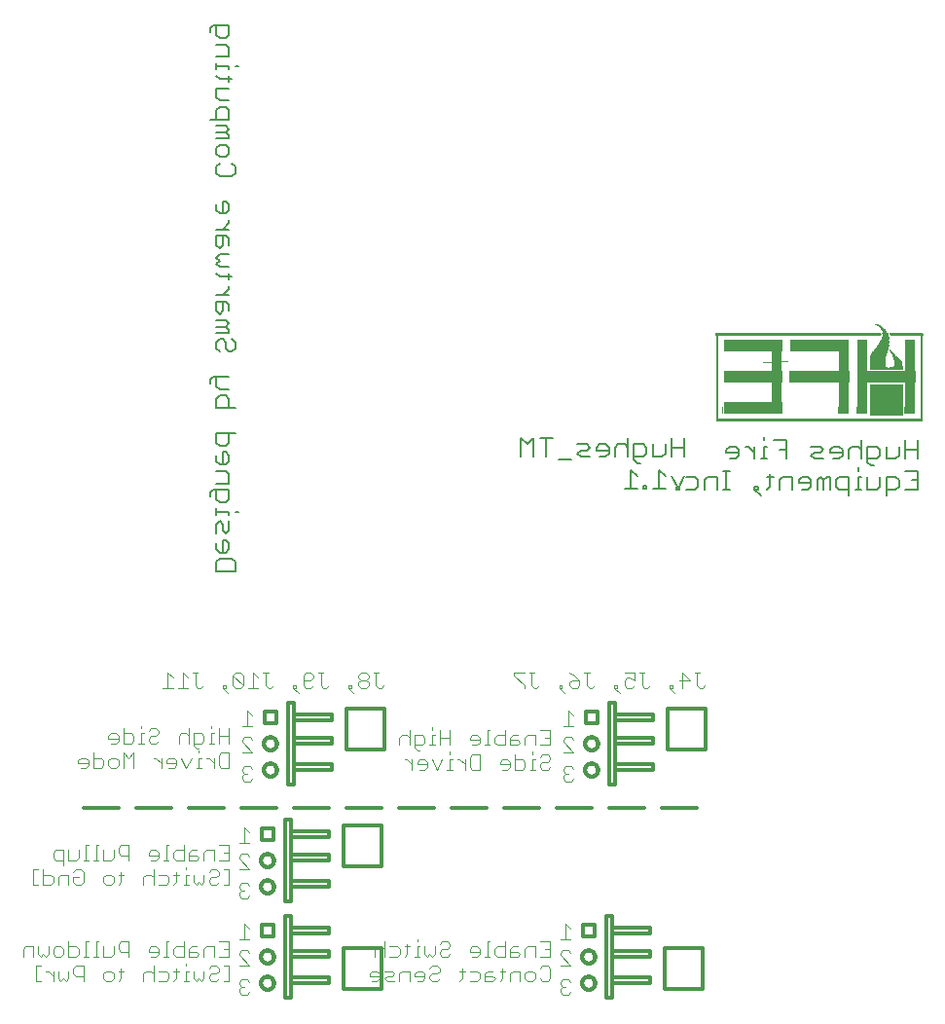
<source format=gbo>
G75*
%MOIN*%
%OFA0B0*%
%FSLAX25Y25*%
%IPPOS*%
%LPD*%
%AMOC8*
5,1,8,0,0,1.08239X$1,22.5*
%
%ADD10C,0.00600*%
%ADD11R,0.70900X0.00100*%
%ADD12R,0.00700X0.00100*%
%ADD13R,0.00800X0.00100*%
%ADD14R,0.11300X0.00100*%
%ADD15R,0.03600X0.00100*%
%ADD16R,0.20200X0.00100*%
%ADD17R,0.00100X0.00100*%
%ADD18R,0.11200X0.00100*%
%ADD19R,0.20100X0.00100*%
%ADD20R,0.20400X0.00100*%
%ADD21R,0.04400X0.00100*%
%ADD22R,0.06300X0.00100*%
%ADD23R,0.03800X0.00100*%
%ADD24R,0.05800X0.00100*%
%ADD25R,0.03500X0.00100*%
%ADD26R,0.05500X0.00100*%
%ADD27R,0.03300X0.00100*%
%ADD28R,0.05400X0.00100*%
%ADD29R,0.03200X0.00100*%
%ADD30R,0.05300X0.00100*%
%ADD31R,0.03100X0.00100*%
%ADD32R,0.03000X0.00100*%
%ADD33R,0.02800X0.00100*%
%ADD34R,0.02900X0.00100*%
%ADD35R,0.05200X0.00100*%
%ADD36R,0.02700X0.00100*%
%ADD37R,0.02600X0.00100*%
%ADD38R,0.02400X0.00100*%
%ADD39R,0.02300X0.00100*%
%ADD40R,0.02200X0.00100*%
%ADD41R,0.02100X0.00100*%
%ADD42R,0.02000X0.00100*%
%ADD43R,0.01900X0.00100*%
%ADD44R,0.01800X0.00100*%
%ADD45R,0.01700X0.00100*%
%ADD46R,0.01500X0.00100*%
%ADD47R,0.01600X0.00100*%
%ADD48R,0.01400X0.00100*%
%ADD49R,0.01300X0.00100*%
%ADD50R,0.01100X0.00100*%
%ADD51R,0.05600X0.00100*%
%ADD52R,0.01000X0.00100*%
%ADD53R,0.00900X0.00100*%
%ADD54R,0.00500X0.00100*%
%ADD55R,0.00600X0.00100*%
%ADD56R,0.00400X0.00100*%
%ADD57R,0.05000X0.00100*%
%ADD58R,0.00300X0.00100*%
%ADD59R,0.05100X0.00100*%
%ADD60R,0.00200X0.00100*%
%ADD61R,0.04900X0.00100*%
%ADD62R,0.20300X0.00100*%
%ADD63R,0.04700X0.00100*%
%ADD64R,0.04600X0.00100*%
%ADD65R,0.04500X0.00100*%
%ADD66R,0.04300X0.00100*%
%ADD67R,0.04100X0.00100*%
%ADD68R,0.04000X0.00100*%
%ADD69R,0.03900X0.00100*%
%ADD70R,0.03700X0.00100*%
%ADD71R,0.03400X0.00100*%
%ADD72R,0.02500X0.00100*%
%ADD73R,0.56400X0.00100*%
%ADD74R,0.56500X0.00100*%
%ADD75R,0.11400X0.00100*%
%ADD76R,0.11500X0.00100*%
%ADD77R,0.56300X0.00100*%
%ADD78R,0.01200X0.00100*%
%ADD79C,0.00100*%
%ADD80C,0.00400*%
%ADD81C,0.01200*%
D10*
X0159334Y0245934D02*
X0159334Y0249137D01*
X0160402Y0250205D01*
X0164672Y0250205D01*
X0165740Y0249137D01*
X0165740Y0245934D01*
X0159334Y0245934D01*
X0160402Y0252380D02*
X0162537Y0252380D01*
X0163605Y0253447D01*
X0163605Y0255583D01*
X0162537Y0256650D01*
X0161469Y0256650D01*
X0161469Y0252380D01*
X0160402Y0252380D02*
X0159334Y0253447D01*
X0159334Y0255583D01*
X0159334Y0258825D02*
X0159334Y0262028D01*
X0160402Y0263096D01*
X0161469Y0262028D01*
X0161469Y0259893D01*
X0162537Y0258825D01*
X0163605Y0259893D01*
X0163605Y0263096D01*
X0163605Y0265271D02*
X0163605Y0266338D01*
X0159334Y0266338D01*
X0159334Y0265271D02*
X0159334Y0267406D01*
X0160402Y0269568D02*
X0159334Y0270635D01*
X0159334Y0273838D01*
X0158267Y0273838D02*
X0163605Y0273838D01*
X0163605Y0270635D01*
X0162537Y0269568D01*
X0160402Y0269568D01*
X0157199Y0271703D02*
X0157199Y0272771D01*
X0158267Y0273838D01*
X0159334Y0276013D02*
X0163605Y0276013D01*
X0163605Y0279216D01*
X0162537Y0280284D01*
X0159334Y0280284D01*
X0160402Y0282459D02*
X0162537Y0282459D01*
X0163605Y0283526D01*
X0163605Y0285662D01*
X0162537Y0286729D01*
X0161469Y0286729D01*
X0161469Y0282459D01*
X0160402Y0282459D02*
X0159334Y0283526D01*
X0159334Y0285662D01*
X0160402Y0288904D02*
X0162537Y0288904D01*
X0163605Y0289972D01*
X0163605Y0293175D01*
X0165740Y0293175D02*
X0159334Y0293175D01*
X0159334Y0289972D01*
X0160402Y0288904D01*
X0159334Y0301795D02*
X0159334Y0304998D01*
X0160402Y0306066D01*
X0162537Y0306066D01*
X0163605Y0304998D01*
X0163605Y0301795D01*
X0165740Y0301795D02*
X0159334Y0301795D01*
X0160402Y0308241D02*
X0159334Y0309308D01*
X0159334Y0312511D01*
X0158267Y0312511D02*
X0157199Y0311444D01*
X0157199Y0310376D01*
X0158267Y0312511D02*
X0163605Y0312511D01*
X0163605Y0308241D02*
X0160402Y0308241D01*
X0160402Y0321132D02*
X0159334Y0322199D01*
X0159334Y0324335D01*
X0160402Y0325402D01*
X0161469Y0325402D01*
X0162537Y0324335D01*
X0162537Y0322199D01*
X0163605Y0321132D01*
X0164672Y0321132D01*
X0165740Y0322199D01*
X0165740Y0324335D01*
X0164672Y0325402D01*
X0163605Y0327577D02*
X0159334Y0327577D01*
X0159334Y0329712D02*
X0162537Y0329712D01*
X0163605Y0330780D01*
X0162537Y0331848D01*
X0159334Y0331848D01*
X0160402Y0334023D02*
X0161469Y0335090D01*
X0161469Y0338293D01*
X0162537Y0338293D02*
X0159334Y0338293D01*
X0159334Y0335090D01*
X0160402Y0334023D01*
X0163605Y0335090D02*
X0163605Y0337226D01*
X0162537Y0338293D01*
X0161469Y0340468D02*
X0163605Y0342603D01*
X0163605Y0343671D01*
X0163605Y0345840D02*
X0163605Y0347975D01*
X0164672Y0346907D02*
X0160402Y0346907D01*
X0159334Y0347975D01*
X0160402Y0350137D02*
X0159334Y0351204D01*
X0160402Y0352272D01*
X0159334Y0353339D01*
X0160402Y0354407D01*
X0163605Y0354407D01*
X0163605Y0357650D02*
X0163605Y0359785D01*
X0162537Y0360852D01*
X0159334Y0360852D01*
X0159334Y0357650D01*
X0160402Y0356582D01*
X0161469Y0357650D01*
X0161469Y0360852D01*
X0161469Y0363028D02*
X0163605Y0365163D01*
X0163605Y0366230D01*
X0162537Y0368399D02*
X0163605Y0369466D01*
X0163605Y0371601D01*
X0162537Y0372669D01*
X0161469Y0372669D01*
X0161469Y0368399D01*
X0160402Y0368399D02*
X0162537Y0368399D01*
X0160402Y0368399D02*
X0159334Y0369466D01*
X0159334Y0371601D01*
X0159334Y0363028D02*
X0163605Y0363028D01*
X0163605Y0350137D02*
X0160402Y0350137D01*
X0159334Y0340468D02*
X0163605Y0340468D01*
X0162537Y0329712D02*
X0163605Y0328645D01*
X0163605Y0327577D01*
X0164672Y0381290D02*
X0160402Y0381290D01*
X0159334Y0382357D01*
X0159334Y0384492D01*
X0160402Y0385560D01*
X0160402Y0387735D02*
X0159334Y0388803D01*
X0159334Y0390938D01*
X0160402Y0392006D01*
X0162537Y0392006D01*
X0163605Y0390938D01*
X0163605Y0388803D01*
X0162537Y0387735D01*
X0160402Y0387735D01*
X0164672Y0385560D02*
X0165740Y0384492D01*
X0165740Y0382357D01*
X0164672Y0381290D01*
X0163605Y0394181D02*
X0159334Y0394181D01*
X0159334Y0396316D02*
X0162537Y0396316D01*
X0163605Y0397383D01*
X0162537Y0398451D01*
X0159334Y0398451D01*
X0159334Y0400626D02*
X0159334Y0403829D01*
X0160402Y0404897D01*
X0162537Y0404897D01*
X0163605Y0403829D01*
X0163605Y0400626D01*
X0157199Y0400626D01*
X0162537Y0396316D02*
X0163605Y0395248D01*
X0163605Y0394181D01*
X0163605Y0407072D02*
X0160402Y0407072D01*
X0159334Y0408139D01*
X0159334Y0411342D01*
X0163605Y0411342D01*
X0163605Y0413517D02*
X0163605Y0415652D01*
X0164672Y0414585D02*
X0160402Y0414585D01*
X0159334Y0415652D01*
X0159334Y0417814D02*
X0159334Y0419949D01*
X0159334Y0418882D02*
X0163605Y0418882D01*
X0163605Y0417814D01*
X0165740Y0418882D02*
X0166807Y0418882D01*
X0163605Y0422111D02*
X0163605Y0425314D01*
X0162537Y0426382D01*
X0159334Y0426382D01*
X0160402Y0428557D02*
X0159334Y0429624D01*
X0159334Y0432827D01*
X0158267Y0432827D02*
X0163605Y0432827D01*
X0163605Y0429624D01*
X0162537Y0428557D01*
X0160402Y0428557D01*
X0157199Y0430692D02*
X0157199Y0431759D01*
X0158267Y0432827D01*
X0159334Y0422111D02*
X0163605Y0422111D01*
X0263700Y0291540D02*
X0263700Y0285134D01*
X0267970Y0285134D02*
X0267970Y0291540D01*
X0265835Y0289405D01*
X0263700Y0291540D01*
X0270146Y0291540D02*
X0274416Y0291540D01*
X0272281Y0291540D02*
X0272281Y0285134D01*
X0276591Y0284067D02*
X0280861Y0284067D01*
X0283037Y0286202D02*
X0284104Y0287269D01*
X0286239Y0287269D01*
X0287307Y0288337D01*
X0286239Y0289405D01*
X0283037Y0289405D01*
X0283037Y0286202D02*
X0284104Y0285134D01*
X0287307Y0285134D01*
X0289482Y0287269D02*
X0293752Y0287269D01*
X0293752Y0286202D02*
X0293752Y0288337D01*
X0292685Y0289405D01*
X0290550Y0289405D01*
X0289482Y0288337D01*
X0289482Y0287269D01*
X0290550Y0285134D02*
X0292685Y0285134D01*
X0293752Y0286202D01*
X0295928Y0285134D02*
X0295928Y0288337D01*
X0296995Y0289405D01*
X0299130Y0289405D01*
X0300198Y0288337D01*
X0302373Y0289405D02*
X0302373Y0284067D01*
X0303441Y0282999D01*
X0304508Y0282999D01*
X0305576Y0285134D02*
X0302373Y0285134D01*
X0300198Y0285134D02*
X0300198Y0291540D01*
X0302373Y0289405D02*
X0305576Y0289405D01*
X0306643Y0288337D01*
X0306643Y0286202D01*
X0305576Y0285134D01*
X0308819Y0285134D02*
X0308819Y0289405D01*
X0313089Y0289405D02*
X0313089Y0286202D01*
X0312021Y0285134D01*
X0308819Y0285134D01*
X0310954Y0280540D02*
X0310954Y0274134D01*
X0313089Y0274134D02*
X0308819Y0274134D01*
X0306643Y0274134D02*
X0305576Y0274134D01*
X0305576Y0275202D01*
X0306643Y0275202D01*
X0306643Y0274134D01*
X0303421Y0274134D02*
X0299150Y0274134D01*
X0301285Y0274134D02*
X0301285Y0280540D01*
X0303421Y0278405D01*
X0310954Y0280540D02*
X0313089Y0278405D01*
X0315264Y0278405D02*
X0317399Y0274134D01*
X0319534Y0278405D01*
X0320067Y0278205D02*
X0323269Y0278205D01*
X0324337Y0277137D01*
X0324337Y0275002D01*
X0323269Y0273934D01*
X0320067Y0273934D01*
X0317891Y0273934D02*
X0317891Y0275002D01*
X0316824Y0275002D01*
X0316824Y0273934D01*
X0317891Y0273934D01*
X0326512Y0273934D02*
X0326512Y0277137D01*
X0327580Y0278205D01*
X0330782Y0278205D01*
X0330782Y0273934D01*
X0332944Y0273934D02*
X0335079Y0273934D01*
X0334012Y0273934D02*
X0334012Y0280340D01*
X0335079Y0280340D02*
X0332944Y0280340D01*
X0335099Y0284434D02*
X0337235Y0284434D01*
X0338302Y0285502D01*
X0338302Y0287637D01*
X0337235Y0288705D01*
X0335099Y0288705D01*
X0334032Y0287637D01*
X0334032Y0286569D01*
X0338302Y0286569D01*
X0340471Y0288705D02*
X0341538Y0288705D01*
X0343673Y0286569D01*
X0343673Y0284434D02*
X0343673Y0288705D01*
X0346903Y0288705D02*
X0346903Y0284434D01*
X0347970Y0284434D02*
X0345835Y0284434D01*
X0346903Y0288705D02*
X0347970Y0288705D01*
X0346903Y0290840D02*
X0346903Y0291907D01*
X0350146Y0290840D02*
X0354416Y0290840D01*
X0354416Y0284434D01*
X0354416Y0287637D02*
X0352281Y0287637D01*
X0349051Y0279272D02*
X0349051Y0275002D01*
X0347984Y0273934D01*
X0345822Y0271799D02*
X0343687Y0273934D01*
X0344754Y0273934D01*
X0344754Y0275002D01*
X0343687Y0275002D01*
X0343687Y0273934D01*
X0347984Y0278205D02*
X0350119Y0278205D01*
X0352294Y0277137D02*
X0352294Y0273934D01*
X0352294Y0277137D02*
X0353362Y0278205D01*
X0356564Y0278205D01*
X0356564Y0273934D01*
X0358740Y0276069D02*
X0363010Y0276069D01*
X0363010Y0275002D02*
X0363010Y0277137D01*
X0361942Y0278205D01*
X0359807Y0278205D01*
X0358740Y0277137D01*
X0358740Y0276069D01*
X0359807Y0273934D02*
X0361942Y0273934D01*
X0363010Y0275002D01*
X0365185Y0273934D02*
X0365185Y0277137D01*
X0366253Y0278205D01*
X0367320Y0277137D01*
X0367320Y0273934D01*
X0369455Y0273934D02*
X0369455Y0278205D01*
X0368388Y0278205D01*
X0367320Y0277137D01*
X0371631Y0277137D02*
X0371631Y0275002D01*
X0372698Y0273934D01*
X0375901Y0273934D01*
X0375901Y0271799D02*
X0375901Y0278205D01*
X0372698Y0278205D01*
X0371631Y0277137D01*
X0378063Y0273934D02*
X0380198Y0273934D01*
X0379130Y0273934D02*
X0379130Y0278205D01*
X0380198Y0278205D01*
X0382373Y0278205D02*
X0382373Y0273934D01*
X0385576Y0273934D01*
X0386643Y0275002D01*
X0386643Y0278205D01*
X0388819Y0278205D02*
X0392021Y0278205D01*
X0393089Y0277137D01*
X0393089Y0275002D01*
X0392021Y0273934D01*
X0388819Y0273934D01*
X0388819Y0271799D02*
X0388819Y0278205D01*
X0384508Y0282299D02*
X0383441Y0282299D01*
X0382373Y0283367D01*
X0382373Y0288705D01*
X0385576Y0288705D01*
X0386643Y0287637D01*
X0386643Y0285502D01*
X0385576Y0284434D01*
X0382373Y0284434D01*
X0380198Y0284434D02*
X0380198Y0290840D01*
X0379130Y0288705D02*
X0380198Y0287637D01*
X0379130Y0288705D02*
X0376995Y0288705D01*
X0375928Y0287637D01*
X0375928Y0284434D01*
X0373752Y0285502D02*
X0373752Y0287637D01*
X0372685Y0288705D01*
X0370550Y0288705D01*
X0369482Y0287637D01*
X0369482Y0286569D01*
X0373752Y0286569D01*
X0373752Y0285502D02*
X0372685Y0284434D01*
X0370550Y0284434D01*
X0367307Y0284434D02*
X0364104Y0284434D01*
X0363037Y0285502D01*
X0364104Y0286569D01*
X0366239Y0286569D01*
X0367307Y0287637D01*
X0366239Y0288705D01*
X0363037Y0288705D01*
X0379130Y0281407D02*
X0379130Y0280340D01*
X0388819Y0284434D02*
X0388819Y0288705D01*
X0393089Y0288705D02*
X0393089Y0285502D01*
X0392021Y0284434D01*
X0388819Y0284434D01*
X0395264Y0284434D02*
X0395264Y0290840D01*
X0395264Y0287637D02*
X0399534Y0287637D01*
X0399534Y0284434D02*
X0399534Y0290840D01*
X0399534Y0280340D02*
X0395264Y0280340D01*
X0397399Y0277137D02*
X0399534Y0277137D01*
X0399534Y0273934D02*
X0395264Y0273934D01*
X0399534Y0273934D02*
X0399534Y0280340D01*
X0319534Y0285134D02*
X0319534Y0291540D01*
X0319534Y0288337D02*
X0315264Y0288337D01*
X0315264Y0291540D02*
X0315264Y0285134D01*
X0166807Y0266338D02*
X0165740Y0266338D01*
D11*
X0365934Y0297334D03*
X0365934Y0297434D03*
X0365934Y0297534D03*
X0365934Y0297634D03*
X0365934Y0297734D03*
X0365934Y0297834D03*
X0365934Y0297934D03*
X0365934Y0298034D03*
D12*
X0391134Y0320034D03*
X0391234Y0319934D03*
X0391434Y0319734D03*
X0401034Y0319734D03*
X0401034Y0319634D03*
X0401034Y0319534D03*
X0401034Y0319434D03*
X0401034Y0319334D03*
X0401034Y0319234D03*
X0401034Y0319134D03*
X0401034Y0319034D03*
X0401034Y0318934D03*
X0401034Y0318834D03*
X0401034Y0318734D03*
X0401034Y0318634D03*
X0401034Y0318534D03*
X0401034Y0318434D03*
X0401034Y0318334D03*
X0401034Y0318234D03*
X0401034Y0318134D03*
X0401034Y0318034D03*
X0401034Y0317934D03*
X0401034Y0317834D03*
X0401034Y0317734D03*
X0401034Y0317634D03*
X0401034Y0317534D03*
X0401034Y0317434D03*
X0401034Y0317334D03*
X0401034Y0317234D03*
X0401034Y0317134D03*
X0401034Y0317034D03*
X0401034Y0316934D03*
X0401034Y0316834D03*
X0401034Y0316734D03*
X0401034Y0316634D03*
X0401034Y0316534D03*
X0401034Y0316434D03*
X0401034Y0316334D03*
X0401034Y0316234D03*
X0401034Y0316134D03*
X0401034Y0316034D03*
X0401034Y0315934D03*
X0401034Y0315834D03*
X0401034Y0315734D03*
X0401034Y0315634D03*
X0401034Y0315534D03*
X0401034Y0315434D03*
X0401034Y0315334D03*
X0401034Y0315234D03*
X0401034Y0315134D03*
X0401034Y0315034D03*
X0401034Y0314934D03*
X0401034Y0314834D03*
X0401034Y0314734D03*
X0401034Y0314634D03*
X0401034Y0314534D03*
X0401034Y0314434D03*
X0401034Y0314334D03*
X0401034Y0314234D03*
X0401034Y0314134D03*
X0401034Y0314034D03*
X0401034Y0313934D03*
X0401034Y0313834D03*
X0401034Y0313734D03*
X0401034Y0313634D03*
X0401034Y0313534D03*
X0401034Y0313434D03*
X0401034Y0313334D03*
X0401034Y0313234D03*
X0401034Y0313134D03*
X0401034Y0313034D03*
X0401034Y0312934D03*
X0401034Y0312834D03*
X0401034Y0312734D03*
X0401034Y0312634D03*
X0401034Y0312534D03*
X0401034Y0312434D03*
X0401034Y0312334D03*
X0401034Y0312234D03*
X0401034Y0312134D03*
X0401034Y0312034D03*
X0401034Y0311934D03*
X0401034Y0311834D03*
X0401034Y0311734D03*
X0401034Y0311634D03*
X0401034Y0311534D03*
X0401034Y0311434D03*
X0401034Y0311334D03*
X0401034Y0311234D03*
X0401034Y0311134D03*
X0401034Y0311034D03*
X0401034Y0310934D03*
X0401034Y0310834D03*
X0401034Y0310734D03*
X0401034Y0310634D03*
X0401034Y0310534D03*
X0401034Y0310434D03*
X0401034Y0310334D03*
X0401034Y0310234D03*
X0401034Y0310134D03*
X0401034Y0310034D03*
X0401034Y0309934D03*
X0401034Y0309834D03*
X0401034Y0309734D03*
X0401034Y0309634D03*
X0401034Y0309534D03*
X0401034Y0309434D03*
X0401034Y0309334D03*
X0401034Y0309234D03*
X0401034Y0309134D03*
X0401034Y0309034D03*
X0401034Y0308934D03*
X0401034Y0308834D03*
X0401034Y0308734D03*
X0401034Y0308634D03*
X0401034Y0308534D03*
X0401034Y0308434D03*
X0401034Y0308334D03*
X0401034Y0308234D03*
X0401034Y0308134D03*
X0401034Y0308034D03*
X0401034Y0307934D03*
X0401034Y0307834D03*
X0401034Y0307734D03*
X0401034Y0307634D03*
X0401034Y0307534D03*
X0401034Y0307434D03*
X0401034Y0307334D03*
X0401034Y0307234D03*
X0401034Y0307134D03*
X0401034Y0307034D03*
X0401034Y0306934D03*
X0401034Y0306834D03*
X0401034Y0306734D03*
X0401034Y0306634D03*
X0401034Y0306534D03*
X0401034Y0306434D03*
X0401034Y0306334D03*
X0401034Y0306234D03*
X0401034Y0306134D03*
X0401034Y0306034D03*
X0401034Y0305934D03*
X0401034Y0305834D03*
X0401034Y0305734D03*
X0401034Y0305634D03*
X0401034Y0305534D03*
X0401034Y0305434D03*
X0401034Y0305334D03*
X0401034Y0305234D03*
X0401034Y0305134D03*
X0401034Y0305034D03*
X0401034Y0304934D03*
X0401034Y0304834D03*
X0401034Y0304734D03*
X0401034Y0304634D03*
X0401034Y0304534D03*
X0401034Y0304434D03*
X0401034Y0304334D03*
X0401034Y0304234D03*
X0401034Y0304134D03*
X0401034Y0304034D03*
X0401034Y0303934D03*
X0401034Y0303834D03*
X0401034Y0303734D03*
X0401034Y0303634D03*
X0401034Y0303534D03*
X0401034Y0303434D03*
X0401034Y0303334D03*
X0401034Y0303234D03*
X0401034Y0303134D03*
X0401034Y0303034D03*
X0401034Y0302934D03*
X0401034Y0302834D03*
X0401034Y0302734D03*
X0401034Y0302634D03*
X0401034Y0302534D03*
X0401034Y0302434D03*
X0401034Y0302334D03*
X0401034Y0302234D03*
X0401034Y0302134D03*
X0401034Y0302034D03*
X0401034Y0301934D03*
X0401034Y0301834D03*
X0401034Y0301734D03*
X0401034Y0301634D03*
X0401034Y0301534D03*
X0401034Y0301434D03*
X0401034Y0301334D03*
X0401034Y0301234D03*
X0401034Y0301134D03*
X0401034Y0301034D03*
X0401034Y0300934D03*
X0401034Y0300834D03*
X0401034Y0300734D03*
X0401034Y0300634D03*
X0401034Y0300534D03*
X0401034Y0300434D03*
X0401034Y0300334D03*
X0401034Y0300234D03*
X0401034Y0300134D03*
X0401034Y0300034D03*
X0401034Y0299934D03*
X0401034Y0299834D03*
X0401034Y0299734D03*
X0401034Y0299634D03*
X0401034Y0299534D03*
X0401034Y0299434D03*
X0401034Y0299334D03*
X0401034Y0299234D03*
X0401034Y0299134D03*
X0401034Y0299034D03*
X0401034Y0298934D03*
X0401034Y0298834D03*
X0401034Y0298734D03*
X0401034Y0298634D03*
X0401034Y0298534D03*
X0401034Y0298434D03*
X0401034Y0298334D03*
X0401034Y0298234D03*
X0401034Y0298134D03*
X0401034Y0319834D03*
X0401034Y0319934D03*
X0401034Y0320034D03*
X0401034Y0320134D03*
X0401034Y0320234D03*
X0401034Y0320334D03*
X0401034Y0320434D03*
X0401034Y0320534D03*
X0401034Y0320634D03*
X0401034Y0320734D03*
X0401034Y0320834D03*
X0401034Y0320934D03*
X0401034Y0321034D03*
X0401034Y0321134D03*
X0401034Y0321234D03*
X0401034Y0321334D03*
X0401034Y0321434D03*
X0401034Y0321534D03*
X0401034Y0321634D03*
X0401034Y0321734D03*
X0401034Y0321834D03*
X0401034Y0321934D03*
X0401034Y0322034D03*
X0401034Y0322134D03*
X0401034Y0322234D03*
X0401034Y0322334D03*
X0401034Y0322434D03*
X0401034Y0322534D03*
X0401034Y0322634D03*
X0401034Y0322734D03*
X0401034Y0322834D03*
X0401034Y0322934D03*
X0401034Y0323034D03*
X0401034Y0323134D03*
X0401034Y0323234D03*
X0401034Y0323334D03*
X0401034Y0323434D03*
X0401034Y0323534D03*
X0401034Y0323634D03*
X0401034Y0323734D03*
X0401034Y0323834D03*
X0401034Y0323934D03*
X0401034Y0324034D03*
X0401034Y0324134D03*
X0401034Y0324234D03*
X0401034Y0324334D03*
X0401034Y0324434D03*
X0401034Y0324534D03*
X0401034Y0324634D03*
X0401034Y0324734D03*
X0401034Y0324834D03*
X0401034Y0324934D03*
X0401034Y0325034D03*
X0401034Y0325134D03*
X0401034Y0325234D03*
X0401034Y0325334D03*
X0401034Y0325434D03*
X0401034Y0325534D03*
X0401034Y0325634D03*
X0401034Y0325734D03*
X0401034Y0325834D03*
X0401034Y0325934D03*
X0401034Y0326034D03*
X0401034Y0326134D03*
X0401034Y0326234D03*
X0401034Y0326334D03*
X0401034Y0326434D03*
X0401034Y0326534D03*
X0387034Y0329334D03*
X0386934Y0329434D03*
X0386634Y0329634D03*
D13*
X0386784Y0329534D03*
X0387184Y0329234D03*
X0387284Y0329134D03*
X0391284Y0319834D03*
X0391584Y0319534D03*
X0330884Y0319534D03*
X0330884Y0319434D03*
X0330884Y0319334D03*
X0330884Y0319234D03*
X0330884Y0319134D03*
X0330884Y0319034D03*
X0330884Y0318934D03*
X0330884Y0318834D03*
X0330884Y0318734D03*
X0330884Y0318634D03*
X0330884Y0318534D03*
X0330884Y0318434D03*
X0330884Y0318334D03*
X0330884Y0318234D03*
X0330884Y0318134D03*
X0330884Y0318034D03*
X0330884Y0317934D03*
X0330884Y0317834D03*
X0330884Y0317734D03*
X0330884Y0317634D03*
X0330884Y0317534D03*
X0330884Y0317434D03*
X0330884Y0317334D03*
X0330884Y0317234D03*
X0330884Y0317134D03*
X0330884Y0317034D03*
X0330884Y0316934D03*
X0330884Y0316834D03*
X0330884Y0316734D03*
X0330884Y0316634D03*
X0330884Y0316534D03*
X0330884Y0316434D03*
X0330884Y0316334D03*
X0330884Y0316234D03*
X0330884Y0316134D03*
X0330884Y0316034D03*
X0330884Y0315934D03*
X0330884Y0315834D03*
X0330884Y0315734D03*
X0330884Y0315634D03*
X0330884Y0315534D03*
X0330884Y0315434D03*
X0330884Y0315334D03*
X0330884Y0315234D03*
X0330884Y0315134D03*
X0330884Y0315034D03*
X0330884Y0314934D03*
X0330884Y0314834D03*
X0330884Y0314734D03*
X0330884Y0314634D03*
X0330884Y0314534D03*
X0330884Y0314434D03*
X0330884Y0314334D03*
X0330884Y0314234D03*
X0330884Y0314134D03*
X0330884Y0314034D03*
X0330884Y0313934D03*
X0330884Y0313834D03*
X0330884Y0313734D03*
X0330884Y0313634D03*
X0330884Y0313534D03*
X0330884Y0313434D03*
X0330884Y0313334D03*
X0330884Y0313234D03*
X0330884Y0313134D03*
X0330884Y0313034D03*
X0330884Y0312934D03*
X0330884Y0312834D03*
X0330884Y0312734D03*
X0330884Y0312634D03*
X0330884Y0312534D03*
X0330884Y0312434D03*
X0330884Y0312334D03*
X0330884Y0312234D03*
X0330884Y0312134D03*
X0330884Y0312034D03*
X0330884Y0311934D03*
X0330884Y0311834D03*
X0330884Y0311734D03*
X0330884Y0311634D03*
X0330884Y0311534D03*
X0330884Y0311434D03*
X0330884Y0311334D03*
X0330884Y0311234D03*
X0330884Y0311134D03*
X0330884Y0311034D03*
X0330884Y0310934D03*
X0330884Y0310834D03*
X0330884Y0310734D03*
X0330884Y0310634D03*
X0330884Y0310534D03*
X0330884Y0310434D03*
X0330884Y0310334D03*
X0330884Y0310234D03*
X0330884Y0310134D03*
X0330884Y0310034D03*
X0330884Y0309934D03*
X0330884Y0309834D03*
X0330884Y0309734D03*
X0330884Y0309634D03*
X0330884Y0309534D03*
X0330884Y0309434D03*
X0330884Y0309334D03*
X0330884Y0309234D03*
X0330884Y0309134D03*
X0330884Y0309034D03*
X0330884Y0308934D03*
X0330884Y0308834D03*
X0330884Y0308734D03*
X0330884Y0308634D03*
X0330884Y0308534D03*
X0330884Y0308434D03*
X0330884Y0308334D03*
X0330884Y0308234D03*
X0330884Y0308134D03*
X0330884Y0308034D03*
X0330884Y0307934D03*
X0330884Y0307834D03*
X0330884Y0307734D03*
X0330884Y0307634D03*
X0330884Y0307534D03*
X0330884Y0307434D03*
X0330884Y0307334D03*
X0330884Y0307234D03*
X0330884Y0307134D03*
X0330884Y0307034D03*
X0330884Y0306934D03*
X0330884Y0306834D03*
X0330884Y0306734D03*
X0330884Y0306634D03*
X0330884Y0306534D03*
X0330884Y0306434D03*
X0330884Y0306334D03*
X0330884Y0306234D03*
X0330884Y0306134D03*
X0330884Y0306034D03*
X0330884Y0305934D03*
X0330884Y0305834D03*
X0330884Y0305734D03*
X0330884Y0305634D03*
X0330884Y0305534D03*
X0330884Y0305434D03*
X0330884Y0305334D03*
X0330884Y0305234D03*
X0330884Y0305134D03*
X0330884Y0305034D03*
X0330884Y0304934D03*
X0330884Y0304834D03*
X0330884Y0304734D03*
X0330884Y0304634D03*
X0330884Y0304534D03*
X0330884Y0304434D03*
X0330884Y0304334D03*
X0330884Y0304234D03*
X0330884Y0304134D03*
X0330884Y0304034D03*
X0330884Y0303934D03*
X0330884Y0303834D03*
X0330884Y0303734D03*
X0330884Y0303634D03*
X0330884Y0303534D03*
X0330884Y0303434D03*
X0330884Y0303334D03*
X0330884Y0303234D03*
X0330884Y0303134D03*
X0330884Y0303034D03*
X0330884Y0302934D03*
X0330884Y0302834D03*
X0330884Y0302734D03*
X0330884Y0302634D03*
X0330884Y0302534D03*
X0330884Y0302434D03*
X0330884Y0302334D03*
X0330884Y0302234D03*
X0330884Y0302134D03*
X0330884Y0302034D03*
X0330884Y0301934D03*
X0330884Y0301834D03*
X0330884Y0301734D03*
X0330884Y0301634D03*
X0330884Y0301534D03*
X0330884Y0301434D03*
X0330884Y0301334D03*
X0330884Y0301234D03*
X0330884Y0301134D03*
X0330884Y0301034D03*
X0330884Y0300934D03*
X0330884Y0300834D03*
X0330884Y0300734D03*
X0330884Y0300634D03*
X0330884Y0300534D03*
X0330884Y0300434D03*
X0330884Y0300334D03*
X0330884Y0300234D03*
X0330884Y0300134D03*
X0330884Y0300034D03*
X0330884Y0299934D03*
X0330884Y0299834D03*
X0330884Y0299734D03*
X0330884Y0299634D03*
X0330884Y0299534D03*
X0330884Y0299434D03*
X0330884Y0299334D03*
X0330884Y0299234D03*
X0330884Y0299134D03*
X0330884Y0299034D03*
X0330884Y0298934D03*
X0330884Y0298834D03*
X0330884Y0298734D03*
X0330884Y0298634D03*
X0330884Y0298534D03*
X0330884Y0298434D03*
X0330884Y0298334D03*
X0330884Y0298234D03*
X0330884Y0298134D03*
X0330884Y0319634D03*
X0330884Y0319734D03*
X0330884Y0319834D03*
X0330884Y0319934D03*
X0330884Y0320034D03*
X0330884Y0320134D03*
X0330884Y0320234D03*
X0330884Y0320334D03*
X0330884Y0320434D03*
X0330884Y0320534D03*
X0330884Y0320634D03*
X0330884Y0320734D03*
X0330884Y0320834D03*
X0330884Y0320934D03*
X0330884Y0321034D03*
X0330884Y0321134D03*
X0330884Y0321234D03*
X0330884Y0321334D03*
X0330884Y0321434D03*
X0330884Y0321534D03*
X0330884Y0321634D03*
X0330884Y0321734D03*
X0330884Y0321834D03*
X0330884Y0321934D03*
X0330884Y0322034D03*
X0330884Y0322134D03*
X0330884Y0322234D03*
X0330884Y0322334D03*
X0330884Y0322434D03*
X0330884Y0322534D03*
X0330884Y0322634D03*
X0330884Y0322734D03*
X0330884Y0322834D03*
X0330884Y0322934D03*
X0330884Y0323034D03*
X0330884Y0323134D03*
X0330884Y0323234D03*
X0330884Y0323334D03*
X0330884Y0323434D03*
X0330884Y0323534D03*
X0330884Y0323634D03*
X0330884Y0323734D03*
X0330884Y0323834D03*
X0330884Y0323934D03*
X0330884Y0324034D03*
X0330884Y0324134D03*
X0330884Y0324234D03*
X0330884Y0324334D03*
X0330884Y0324434D03*
X0330884Y0324534D03*
X0330884Y0324634D03*
X0330884Y0324734D03*
X0330884Y0324834D03*
X0330884Y0324934D03*
X0330884Y0325034D03*
X0330884Y0325134D03*
X0330884Y0325234D03*
X0330884Y0325334D03*
X0330884Y0325434D03*
X0330884Y0325534D03*
X0330884Y0325634D03*
X0330884Y0325734D03*
X0330884Y0325834D03*
X0330884Y0325934D03*
X0330884Y0326034D03*
X0330884Y0326134D03*
X0330884Y0326234D03*
X0330884Y0326334D03*
X0330884Y0326434D03*
X0330884Y0326534D03*
D14*
X0388734Y0315134D03*
X0388734Y0302234D03*
X0388734Y0302134D03*
X0388734Y0302034D03*
X0388734Y0301934D03*
X0388734Y0301834D03*
X0388734Y0301734D03*
X0388734Y0301634D03*
X0388734Y0301534D03*
X0388734Y0301434D03*
X0388734Y0301334D03*
X0388734Y0301234D03*
X0388734Y0301134D03*
X0388734Y0301034D03*
X0388734Y0300934D03*
X0388734Y0300834D03*
X0388734Y0300734D03*
X0388734Y0300634D03*
X0388734Y0300534D03*
X0388734Y0300434D03*
X0388734Y0300334D03*
X0388734Y0300234D03*
X0388734Y0300134D03*
X0388734Y0300034D03*
X0388734Y0299934D03*
X0388734Y0299834D03*
X0388734Y0299734D03*
X0388734Y0299634D03*
X0388734Y0299534D03*
X0388734Y0299434D03*
X0388734Y0299334D03*
X0388734Y0299234D03*
X0395734Y0326634D03*
X0395734Y0326734D03*
X0395734Y0326834D03*
X0395734Y0326934D03*
D15*
X0396984Y0324734D03*
X0396984Y0324634D03*
X0396984Y0324534D03*
X0396984Y0324434D03*
X0396984Y0324334D03*
X0396984Y0324234D03*
X0396984Y0324134D03*
X0396984Y0324034D03*
X0396984Y0323934D03*
X0396984Y0323834D03*
X0396984Y0323734D03*
X0396984Y0323634D03*
X0396984Y0323534D03*
X0396984Y0323434D03*
X0396984Y0323334D03*
X0396984Y0323234D03*
X0396984Y0323134D03*
X0396984Y0323034D03*
X0396984Y0322934D03*
X0396984Y0322834D03*
X0396984Y0322734D03*
X0396984Y0322634D03*
X0396984Y0322534D03*
X0396984Y0322434D03*
X0396984Y0322334D03*
X0396984Y0322234D03*
X0396984Y0322134D03*
X0396984Y0322034D03*
X0396984Y0321934D03*
X0396984Y0321834D03*
X0396984Y0321734D03*
X0396984Y0321634D03*
X0396984Y0321534D03*
X0396984Y0321434D03*
X0396984Y0321334D03*
X0396984Y0321234D03*
X0396984Y0321134D03*
X0396984Y0321034D03*
X0396984Y0320934D03*
X0396984Y0320834D03*
X0396984Y0320734D03*
X0396984Y0320634D03*
X0396984Y0320534D03*
X0396984Y0320434D03*
X0396984Y0320334D03*
X0396984Y0320234D03*
X0396984Y0320134D03*
X0396984Y0320034D03*
X0396984Y0319934D03*
X0396984Y0319834D03*
X0396984Y0319734D03*
X0396984Y0319634D03*
X0396984Y0319534D03*
X0396984Y0319434D03*
X0396984Y0319334D03*
X0396984Y0319234D03*
X0396984Y0319134D03*
X0396984Y0319034D03*
X0396984Y0318934D03*
X0396984Y0318834D03*
X0396984Y0318734D03*
X0396984Y0318634D03*
X0396984Y0318534D03*
X0396984Y0318434D03*
X0396984Y0318334D03*
X0396984Y0318234D03*
X0396984Y0318134D03*
X0396984Y0318034D03*
X0396984Y0317934D03*
X0396984Y0317834D03*
X0396984Y0317734D03*
X0396984Y0317634D03*
X0396984Y0317534D03*
X0396984Y0317434D03*
X0396984Y0317334D03*
X0396984Y0317234D03*
X0396984Y0317134D03*
X0396984Y0317034D03*
X0396984Y0316934D03*
X0396984Y0316834D03*
X0396984Y0316734D03*
X0396984Y0316634D03*
X0396984Y0316534D03*
X0396984Y0316434D03*
X0396984Y0316334D03*
X0396984Y0316234D03*
X0396984Y0316134D03*
X0396984Y0316034D03*
X0396984Y0315934D03*
X0396984Y0315834D03*
X0396984Y0315734D03*
X0396984Y0315634D03*
X0396984Y0315534D03*
X0396984Y0315434D03*
X0396984Y0315334D03*
X0396984Y0315234D03*
X0396984Y0315134D03*
X0396984Y0315034D03*
X0396984Y0314934D03*
X0396984Y0314834D03*
X0396984Y0314734D03*
X0396984Y0314634D03*
X0396984Y0314534D03*
X0396984Y0314434D03*
X0396984Y0314334D03*
X0396984Y0314234D03*
X0396984Y0310434D03*
X0396984Y0310334D03*
X0396984Y0310234D03*
X0396984Y0310134D03*
X0396984Y0310034D03*
X0396984Y0309934D03*
X0396984Y0309834D03*
X0396984Y0309734D03*
X0396984Y0309634D03*
X0396984Y0309534D03*
X0396984Y0309434D03*
X0396984Y0309334D03*
X0396984Y0309234D03*
X0396984Y0309134D03*
X0396984Y0309034D03*
X0396984Y0308934D03*
X0396984Y0308834D03*
X0396984Y0308734D03*
X0396984Y0308634D03*
X0396984Y0308534D03*
X0396984Y0308434D03*
X0396984Y0308334D03*
X0396984Y0308234D03*
X0396984Y0308134D03*
X0396984Y0308034D03*
X0396984Y0307934D03*
X0396984Y0307834D03*
X0396984Y0307734D03*
X0396984Y0307634D03*
X0396984Y0307534D03*
X0396984Y0307434D03*
X0396984Y0307334D03*
X0396984Y0307234D03*
X0396984Y0307134D03*
X0396984Y0307034D03*
X0396984Y0306934D03*
X0396984Y0306834D03*
X0396984Y0306734D03*
X0396984Y0306634D03*
X0396984Y0306534D03*
X0396984Y0306434D03*
X0396984Y0306334D03*
X0396984Y0306234D03*
X0396984Y0306134D03*
X0396984Y0306034D03*
X0396984Y0305934D03*
X0396984Y0305834D03*
X0396984Y0305734D03*
X0396984Y0305634D03*
X0396984Y0305534D03*
X0396984Y0305434D03*
X0396984Y0305334D03*
X0396984Y0305234D03*
X0396984Y0305134D03*
X0396984Y0305034D03*
X0396984Y0304934D03*
X0396984Y0304834D03*
X0396984Y0304734D03*
X0396984Y0304634D03*
X0396984Y0304534D03*
X0396984Y0304434D03*
X0396984Y0304334D03*
X0396984Y0304234D03*
X0396984Y0304134D03*
X0396984Y0304034D03*
X0396984Y0303934D03*
X0396984Y0303834D03*
X0396984Y0303734D03*
X0396984Y0303634D03*
X0396984Y0303534D03*
X0396984Y0303434D03*
X0396984Y0303334D03*
X0396984Y0303234D03*
X0396984Y0303134D03*
X0396984Y0303034D03*
X0396984Y0302934D03*
X0396984Y0302834D03*
X0396984Y0302734D03*
X0396984Y0302634D03*
X0396984Y0302534D03*
X0396984Y0302434D03*
X0396984Y0302334D03*
X0396984Y0302234D03*
X0396984Y0302134D03*
X0396984Y0302034D03*
X0396984Y0301934D03*
X0396984Y0301834D03*
X0396984Y0301734D03*
X0396984Y0301634D03*
X0396984Y0301534D03*
X0396984Y0301434D03*
X0396984Y0301334D03*
X0396984Y0301234D03*
X0396984Y0301134D03*
X0396984Y0301034D03*
X0396984Y0300934D03*
X0396984Y0300834D03*
X0396984Y0300734D03*
X0396984Y0300634D03*
X0396984Y0300534D03*
X0396984Y0300434D03*
X0396984Y0300334D03*
X0396984Y0300234D03*
X0396984Y0300134D03*
X0396984Y0300034D03*
X0396984Y0299934D03*
X0380484Y0299934D03*
X0380484Y0299934D03*
X0380484Y0300034D03*
X0380484Y0300134D03*
X0380484Y0300234D03*
X0380484Y0300334D03*
X0380484Y0300434D03*
X0380484Y0300534D03*
X0380484Y0300634D03*
X0380484Y0300734D03*
X0380484Y0300834D03*
X0380484Y0300934D03*
X0380484Y0301034D03*
X0380484Y0301134D03*
X0380484Y0301234D03*
X0380484Y0301334D03*
X0380484Y0301434D03*
X0380484Y0301534D03*
X0380484Y0301634D03*
X0380484Y0301734D03*
X0380484Y0301834D03*
X0380484Y0301934D03*
X0380484Y0301934D03*
X0380484Y0302034D03*
X0380484Y0302034D03*
X0380484Y0302134D03*
X0380484Y0302134D03*
X0380484Y0302234D03*
X0380484Y0302234D03*
X0380484Y0302334D03*
X0380484Y0302434D03*
X0380484Y0302534D03*
X0380484Y0302634D03*
X0380484Y0302734D03*
X0380484Y0302834D03*
X0380484Y0302934D03*
X0380484Y0303034D03*
X0380484Y0303134D03*
X0380484Y0303234D03*
X0380484Y0303334D03*
X0380484Y0303434D03*
X0380484Y0303534D03*
X0380484Y0303634D03*
X0380484Y0303734D03*
X0380484Y0303834D03*
X0380484Y0303934D03*
X0380484Y0304034D03*
X0380484Y0304134D03*
X0380484Y0304234D03*
X0380484Y0304334D03*
X0380484Y0304434D03*
X0380484Y0304534D03*
X0380484Y0304634D03*
X0380484Y0304734D03*
X0380484Y0304834D03*
X0380484Y0304934D03*
X0380484Y0305034D03*
X0380484Y0305134D03*
X0380484Y0305234D03*
X0380484Y0305334D03*
X0380484Y0305434D03*
X0380484Y0305534D03*
X0380484Y0305634D03*
X0380484Y0305734D03*
X0380484Y0305834D03*
X0380484Y0305934D03*
X0380484Y0306034D03*
X0380484Y0306134D03*
X0380484Y0306234D03*
X0380484Y0306334D03*
X0380484Y0306434D03*
X0380484Y0306534D03*
X0380484Y0306634D03*
X0380484Y0306734D03*
X0380484Y0306834D03*
X0380484Y0306934D03*
X0380484Y0307034D03*
X0380484Y0307134D03*
X0380484Y0307234D03*
X0380484Y0307334D03*
X0380484Y0307434D03*
X0380484Y0307534D03*
X0380484Y0307634D03*
X0380484Y0307734D03*
X0380484Y0307834D03*
X0380484Y0307934D03*
X0380484Y0308034D03*
X0380484Y0308134D03*
X0380484Y0308234D03*
X0380484Y0308334D03*
X0380484Y0308434D03*
X0380484Y0308534D03*
X0380484Y0308634D03*
X0380484Y0308734D03*
X0380484Y0308834D03*
X0380484Y0308934D03*
X0380484Y0309034D03*
X0380484Y0309134D03*
X0380484Y0309234D03*
X0380484Y0309334D03*
X0380484Y0309434D03*
X0380484Y0309534D03*
X0380484Y0309634D03*
X0380484Y0309734D03*
X0380484Y0309834D03*
X0380484Y0309934D03*
X0380484Y0310034D03*
X0380484Y0310134D03*
X0380484Y0310234D03*
X0380484Y0310334D03*
X0380484Y0310434D03*
X0380484Y0314234D03*
X0380484Y0314334D03*
X0380484Y0314434D03*
X0380484Y0314534D03*
X0380484Y0314634D03*
X0380484Y0314734D03*
X0380484Y0314834D03*
X0380484Y0314934D03*
X0380484Y0315034D03*
X0380484Y0315134D03*
X0380484Y0315234D03*
X0380484Y0315334D03*
X0380484Y0315434D03*
X0380484Y0315534D03*
X0380484Y0315634D03*
X0380484Y0315734D03*
X0380484Y0315834D03*
X0380484Y0315934D03*
X0380484Y0316034D03*
X0380484Y0316134D03*
X0380484Y0316234D03*
X0380484Y0316334D03*
X0380484Y0316434D03*
X0380484Y0316534D03*
X0380484Y0316634D03*
X0380484Y0316734D03*
X0380484Y0316834D03*
X0380484Y0316934D03*
X0380484Y0317034D03*
X0380484Y0317134D03*
X0380484Y0317234D03*
X0380484Y0317334D03*
X0380484Y0317434D03*
X0380484Y0317534D03*
X0380484Y0317634D03*
X0380484Y0317734D03*
X0380484Y0317834D03*
X0380484Y0317934D03*
X0380484Y0318034D03*
X0380484Y0318134D03*
X0380484Y0318234D03*
X0380484Y0318334D03*
X0380484Y0318434D03*
X0380484Y0318534D03*
X0380484Y0318634D03*
X0380484Y0318734D03*
X0380484Y0318834D03*
X0380484Y0318934D03*
X0380484Y0319034D03*
X0380484Y0319134D03*
X0380484Y0319234D03*
X0380484Y0319334D03*
X0380484Y0319434D03*
X0380484Y0319534D03*
X0380484Y0319634D03*
X0380484Y0319734D03*
X0380484Y0319834D03*
X0380484Y0319934D03*
X0380484Y0320034D03*
X0380484Y0320134D03*
X0380484Y0320234D03*
X0380484Y0320334D03*
X0380484Y0320434D03*
X0380484Y0320534D03*
X0380484Y0320634D03*
X0380484Y0320734D03*
X0380484Y0320834D03*
X0380484Y0320934D03*
X0380484Y0321034D03*
X0380484Y0321134D03*
X0380484Y0321234D03*
X0380484Y0321334D03*
X0380484Y0321434D03*
X0380484Y0321534D03*
X0380484Y0321634D03*
X0380484Y0321734D03*
X0380484Y0321834D03*
X0380484Y0321934D03*
X0380484Y0322034D03*
X0380484Y0322134D03*
X0380484Y0322234D03*
X0380484Y0322334D03*
X0380484Y0322434D03*
X0380484Y0322534D03*
X0380484Y0322634D03*
X0380484Y0322734D03*
X0380484Y0322834D03*
X0380484Y0322934D03*
X0380484Y0323034D03*
X0380484Y0323134D03*
X0380484Y0323234D03*
X0380484Y0323334D03*
X0380484Y0323434D03*
X0380484Y0323534D03*
X0380484Y0323634D03*
X0380484Y0323734D03*
X0380484Y0323834D03*
X0380484Y0323934D03*
X0380484Y0324034D03*
X0380484Y0324134D03*
X0380484Y0324234D03*
X0380484Y0324334D03*
X0380484Y0324434D03*
X0380484Y0324534D03*
X0380484Y0324634D03*
X0380484Y0324734D03*
X0387884Y0323334D03*
X0387984Y0323534D03*
X0374284Y0321034D03*
X0374284Y0320934D03*
X0374284Y0320834D03*
X0374284Y0320734D03*
X0374284Y0320634D03*
X0374284Y0320534D03*
X0374284Y0320434D03*
X0374284Y0320334D03*
X0374284Y0320234D03*
X0374284Y0320134D03*
X0374284Y0320034D03*
X0374284Y0319934D03*
X0374284Y0319834D03*
X0374284Y0319734D03*
X0374284Y0319634D03*
X0374284Y0319534D03*
X0374284Y0319434D03*
X0374284Y0319334D03*
X0374284Y0319234D03*
X0374284Y0319134D03*
X0374284Y0319034D03*
X0374284Y0318934D03*
X0374284Y0318834D03*
X0374284Y0318734D03*
X0374284Y0318634D03*
X0374284Y0318534D03*
X0374284Y0318434D03*
X0374284Y0318334D03*
X0374284Y0318234D03*
X0374284Y0318134D03*
X0374284Y0318034D03*
X0374284Y0317934D03*
X0374284Y0317834D03*
X0374284Y0317734D03*
X0374284Y0317634D03*
X0374284Y0317534D03*
X0374284Y0317434D03*
X0374284Y0317334D03*
X0374284Y0317234D03*
X0374284Y0317134D03*
X0374284Y0317034D03*
X0374284Y0316934D03*
X0374284Y0316834D03*
X0374284Y0316734D03*
X0374284Y0316634D03*
X0374284Y0316534D03*
X0374284Y0316434D03*
X0374284Y0316334D03*
X0374284Y0316234D03*
X0374284Y0316134D03*
X0374284Y0316034D03*
X0374284Y0315934D03*
X0374284Y0315834D03*
X0374284Y0315734D03*
X0374284Y0315634D03*
X0374284Y0315534D03*
X0374284Y0315434D03*
X0374284Y0315334D03*
X0374284Y0315234D03*
X0374284Y0315134D03*
X0374284Y0315034D03*
X0374284Y0314934D03*
X0374284Y0314834D03*
X0374284Y0314734D03*
X0374284Y0314634D03*
X0374284Y0314534D03*
X0374284Y0314434D03*
X0374284Y0314334D03*
X0374284Y0314234D03*
X0374284Y0310434D03*
X0374284Y0310334D03*
X0374284Y0310234D03*
X0374284Y0310134D03*
X0374284Y0310034D03*
X0374284Y0309934D03*
X0374284Y0309834D03*
X0374284Y0309734D03*
X0374284Y0309634D03*
X0374284Y0309534D03*
X0374284Y0309434D03*
X0374284Y0309334D03*
X0374284Y0309234D03*
X0374284Y0309134D03*
X0374284Y0309034D03*
X0374284Y0308934D03*
X0374284Y0308834D03*
X0374284Y0308734D03*
X0374284Y0308634D03*
X0374284Y0308534D03*
X0374284Y0308434D03*
X0374284Y0308334D03*
X0374284Y0308234D03*
X0374284Y0308134D03*
X0374284Y0308034D03*
X0374284Y0307934D03*
X0374284Y0307834D03*
X0374284Y0307734D03*
X0374284Y0307634D03*
X0374284Y0307534D03*
X0374284Y0307434D03*
X0374284Y0307334D03*
X0374284Y0307234D03*
X0374284Y0307134D03*
X0374284Y0307034D03*
X0374284Y0306934D03*
X0374284Y0306834D03*
X0374284Y0306734D03*
X0374284Y0306634D03*
X0374284Y0306534D03*
X0374284Y0306434D03*
X0374284Y0306334D03*
X0374284Y0306234D03*
X0374284Y0306134D03*
X0374284Y0306034D03*
X0374284Y0305934D03*
X0374284Y0305834D03*
X0374284Y0305734D03*
X0374284Y0305634D03*
X0374284Y0305534D03*
X0374284Y0305434D03*
X0374284Y0305334D03*
X0374284Y0305234D03*
X0374284Y0305134D03*
X0374284Y0305034D03*
X0374284Y0304934D03*
X0374284Y0304834D03*
X0374284Y0304734D03*
X0374284Y0304634D03*
X0374284Y0304534D03*
X0374284Y0304434D03*
X0374284Y0304334D03*
X0374284Y0304234D03*
X0374284Y0304134D03*
X0374284Y0304034D03*
X0374284Y0303934D03*
X0374284Y0303834D03*
X0374284Y0303734D03*
X0374284Y0303634D03*
X0374284Y0303534D03*
X0374284Y0303434D03*
X0374284Y0303334D03*
X0374284Y0303234D03*
X0374284Y0303134D03*
X0374284Y0303034D03*
X0374284Y0302934D03*
X0374284Y0302834D03*
X0374284Y0302734D03*
X0374284Y0302634D03*
X0374284Y0302534D03*
X0374284Y0302434D03*
X0374284Y0302334D03*
X0374284Y0302234D03*
X0374284Y0302234D03*
X0374284Y0302134D03*
X0374284Y0302134D03*
X0374284Y0302034D03*
X0374284Y0302034D03*
X0374284Y0301934D03*
X0374284Y0301934D03*
X0374284Y0301834D03*
X0374284Y0301734D03*
X0374284Y0301634D03*
X0374284Y0301534D03*
X0374284Y0301434D03*
X0374284Y0301334D03*
X0374284Y0301234D03*
X0374284Y0301134D03*
X0374284Y0301034D03*
X0374284Y0300934D03*
X0374284Y0300834D03*
X0374284Y0300734D03*
X0374284Y0300634D03*
X0374284Y0300534D03*
X0374284Y0300434D03*
X0374284Y0300334D03*
X0374284Y0300234D03*
X0374284Y0300134D03*
X0374284Y0300034D03*
X0374284Y0299934D03*
X0374284Y0299934D03*
X0353484Y0317634D03*
X0351384Y0317634D03*
X0351384Y0317534D03*
X0351384Y0317434D03*
X0351384Y0317334D03*
X0351384Y0317234D03*
X0351384Y0317134D03*
X0351384Y0317034D03*
X0351384Y0316934D03*
X0351384Y0316834D03*
X0351384Y0316734D03*
X0351384Y0316634D03*
X0351384Y0316534D03*
X0351384Y0316434D03*
X0351384Y0316334D03*
X0351384Y0316234D03*
X0351384Y0316134D03*
X0351384Y0316034D03*
X0351384Y0315934D03*
X0351384Y0315834D03*
X0351384Y0315734D03*
X0351384Y0315634D03*
X0351384Y0315534D03*
X0351384Y0315434D03*
X0351384Y0315334D03*
X0351384Y0315234D03*
X0351384Y0315134D03*
X0351384Y0315034D03*
X0351384Y0314934D03*
X0351384Y0314834D03*
X0351384Y0314634D03*
X0351384Y0314534D03*
X0351384Y0314434D03*
X0351384Y0314334D03*
X0351384Y0314234D03*
X0351384Y0317734D03*
X0351384Y0317834D03*
X0351384Y0317934D03*
X0351384Y0318034D03*
X0351384Y0318134D03*
X0351384Y0318234D03*
X0351384Y0318334D03*
X0351384Y0318434D03*
X0351384Y0318534D03*
X0351384Y0318634D03*
X0351384Y0318734D03*
X0351384Y0318834D03*
X0351384Y0319034D03*
X0351384Y0319134D03*
X0351384Y0319234D03*
X0351384Y0319334D03*
X0351384Y0319434D03*
X0351384Y0319534D03*
X0351384Y0319634D03*
X0351384Y0319734D03*
X0351384Y0319834D03*
X0351384Y0319934D03*
X0351384Y0320034D03*
X0351384Y0320134D03*
X0351384Y0320234D03*
X0351384Y0320334D03*
X0351384Y0320434D03*
X0351384Y0320534D03*
X0351384Y0320634D03*
X0351384Y0320734D03*
X0351384Y0320834D03*
X0351384Y0320934D03*
X0351384Y0321034D03*
X0348084Y0317234D03*
X0351384Y0310434D03*
X0351384Y0310334D03*
X0351384Y0310234D03*
X0351384Y0310134D03*
X0351384Y0310034D03*
X0351384Y0309934D03*
X0351384Y0309834D03*
X0351384Y0309734D03*
X0351384Y0309634D03*
X0351384Y0309534D03*
X0351384Y0309434D03*
X0351384Y0309334D03*
X0351384Y0309234D03*
X0351384Y0309134D03*
X0351384Y0309034D03*
X0351384Y0308934D03*
X0351384Y0308834D03*
X0351384Y0308734D03*
X0351384Y0308634D03*
X0351384Y0308534D03*
X0351384Y0308434D03*
X0351384Y0308334D03*
X0351384Y0308234D03*
X0351384Y0308134D03*
X0351384Y0308034D03*
X0351384Y0307934D03*
X0351384Y0307834D03*
X0351384Y0307734D03*
X0351384Y0307634D03*
X0351384Y0307534D03*
X0351384Y0307434D03*
X0351384Y0307334D03*
X0351384Y0307234D03*
X0351384Y0307134D03*
X0351384Y0307034D03*
X0351384Y0306934D03*
X0351384Y0306834D03*
X0351384Y0306734D03*
X0351384Y0306634D03*
X0351384Y0306534D03*
X0351384Y0306434D03*
X0351384Y0306334D03*
X0351384Y0306234D03*
X0351384Y0306134D03*
X0351384Y0306034D03*
X0351384Y0305934D03*
X0351384Y0305834D03*
X0351384Y0305734D03*
X0351384Y0305634D03*
X0351384Y0305534D03*
X0351384Y0305434D03*
X0351384Y0305334D03*
X0351384Y0305234D03*
X0351384Y0305134D03*
X0351384Y0305034D03*
X0351384Y0304934D03*
X0351384Y0304834D03*
X0351384Y0304734D03*
X0351384Y0304634D03*
X0351384Y0304534D03*
X0351384Y0304434D03*
X0351384Y0304334D03*
X0351384Y0304234D03*
X0351384Y0304134D03*
X0351384Y0304034D03*
X0351384Y0303934D03*
X0351384Y0303834D03*
X0351384Y0303734D03*
D16*
X0343084Y0303634D03*
X0343084Y0303534D03*
X0343084Y0303434D03*
X0343084Y0303334D03*
X0343084Y0303234D03*
X0343084Y0303134D03*
X0343084Y0303034D03*
X0343084Y0302934D03*
X0343084Y0302834D03*
X0343084Y0302734D03*
X0343084Y0302634D03*
X0343084Y0302534D03*
X0343084Y0302434D03*
X0343084Y0302334D03*
X0343084Y0302234D03*
X0343084Y0302134D03*
X0343084Y0302034D03*
X0343084Y0301934D03*
X0343084Y0301834D03*
X0343084Y0301734D03*
X0343084Y0301634D03*
X0343084Y0301534D03*
X0343084Y0301434D03*
X0343084Y0301334D03*
X0343084Y0301234D03*
X0343084Y0301134D03*
X0343084Y0301034D03*
X0343084Y0300934D03*
X0343084Y0300834D03*
X0343084Y0300734D03*
X0343084Y0300634D03*
X0343084Y0300534D03*
X0343084Y0300534D03*
X0343084Y0300434D03*
X0343084Y0300434D03*
X0343084Y0300334D03*
X0343084Y0300334D03*
X0343084Y0300234D03*
X0343084Y0300134D03*
X0343084Y0300034D03*
X0343084Y0299934D03*
X0343084Y0310534D03*
X0343084Y0310634D03*
X0343084Y0310734D03*
X0343084Y0310834D03*
X0343084Y0310934D03*
X0343084Y0311034D03*
X0343084Y0311134D03*
X0343084Y0311234D03*
X0343084Y0311334D03*
X0343084Y0311434D03*
X0343084Y0311534D03*
X0343084Y0311634D03*
X0343084Y0311734D03*
X0343084Y0311834D03*
X0343084Y0311934D03*
X0343084Y0312034D03*
X0343084Y0312134D03*
X0343084Y0312234D03*
X0343084Y0312334D03*
X0343084Y0312434D03*
X0343084Y0312534D03*
X0343084Y0312634D03*
X0343084Y0312734D03*
X0343084Y0312834D03*
X0343084Y0312934D03*
X0343084Y0313034D03*
X0343084Y0313134D03*
X0343084Y0313234D03*
X0343084Y0313334D03*
X0343084Y0313434D03*
X0343084Y0313534D03*
X0343084Y0313634D03*
X0343084Y0313734D03*
X0343084Y0313834D03*
X0343084Y0313934D03*
X0343084Y0314034D03*
X0343084Y0314134D03*
X0343084Y0321134D03*
X0343084Y0321234D03*
X0343084Y0321334D03*
X0343084Y0321434D03*
X0343084Y0321534D03*
X0343084Y0321634D03*
X0343084Y0321734D03*
X0343084Y0321834D03*
X0343084Y0321934D03*
X0343084Y0322034D03*
X0343084Y0322134D03*
X0343084Y0322234D03*
X0343084Y0322334D03*
X0343084Y0322434D03*
X0343084Y0322534D03*
X0343084Y0322634D03*
X0343084Y0322734D03*
X0343084Y0322834D03*
X0343084Y0322934D03*
X0343084Y0323034D03*
X0343084Y0323134D03*
X0343084Y0323234D03*
X0343084Y0323334D03*
X0343084Y0323434D03*
X0343084Y0323534D03*
X0343084Y0323634D03*
X0343084Y0323734D03*
X0343084Y0323834D03*
X0343084Y0323934D03*
X0343084Y0324034D03*
X0343084Y0324134D03*
X0343084Y0324234D03*
X0343084Y0324334D03*
X0343084Y0324434D03*
X0343084Y0324534D03*
X0343084Y0324634D03*
X0343084Y0324734D03*
D17*
X0333034Y0301834D03*
X0333034Y0301734D03*
X0333034Y0301634D03*
X0333034Y0301534D03*
X0333034Y0301434D03*
X0333034Y0301334D03*
X0333034Y0301234D03*
X0333034Y0301134D03*
X0333034Y0301034D03*
X0333034Y0300934D03*
X0333034Y0300834D03*
X0333034Y0300834D03*
X0333034Y0300734D03*
X0333034Y0300734D03*
X0333034Y0300634D03*
X0333034Y0300634D03*
X0333034Y0300534D03*
X0333034Y0300534D03*
X0333034Y0300534D03*
X0333034Y0300434D03*
X0333034Y0300434D03*
X0333034Y0300434D03*
X0333034Y0300334D03*
X0333034Y0300334D03*
X0333034Y0300334D03*
X0333034Y0300234D03*
X0333034Y0300234D03*
X0333034Y0300234D03*
X0333034Y0300134D03*
X0333034Y0300134D03*
X0333034Y0300134D03*
X0333034Y0300034D03*
X0333034Y0300034D03*
X0333034Y0299934D03*
X0353134Y0299934D03*
X0353134Y0300034D03*
X0353134Y0300034D03*
X0353134Y0300134D03*
X0353134Y0300134D03*
X0353134Y0300134D03*
X0353134Y0300234D03*
X0353134Y0300234D03*
X0353134Y0300234D03*
X0353134Y0300334D03*
X0353134Y0300334D03*
X0353134Y0300334D03*
X0353134Y0300434D03*
X0353134Y0300434D03*
X0353134Y0300434D03*
X0353134Y0300534D03*
X0353134Y0300534D03*
X0353134Y0300534D03*
X0353134Y0300634D03*
X0353134Y0300634D03*
X0353134Y0300734D03*
X0353134Y0300734D03*
X0353134Y0300834D03*
X0353134Y0300834D03*
X0353134Y0300934D03*
X0353134Y0301034D03*
X0353134Y0301134D03*
X0353134Y0301234D03*
X0353134Y0301334D03*
X0353134Y0301434D03*
X0353134Y0301534D03*
X0353134Y0301634D03*
X0353134Y0301734D03*
X0353134Y0301834D03*
X0372534Y0301834D03*
X0372534Y0301734D03*
X0372534Y0301634D03*
X0372534Y0301534D03*
X0372534Y0301434D03*
X0372534Y0301334D03*
X0372534Y0301234D03*
X0372534Y0301134D03*
X0372534Y0301034D03*
X0372534Y0300934D03*
X0372534Y0300834D03*
X0372534Y0300734D03*
X0372534Y0300634D03*
X0372534Y0300534D03*
X0372534Y0300434D03*
X0372534Y0300334D03*
X0372534Y0300234D03*
X0372534Y0300134D03*
X0372534Y0300034D03*
X0376034Y0300034D03*
X0376034Y0300134D03*
X0376034Y0300234D03*
X0376034Y0300334D03*
X0376034Y0300434D03*
X0376034Y0300534D03*
X0376034Y0300634D03*
X0376034Y0300734D03*
X0376034Y0300834D03*
X0376034Y0300934D03*
X0376034Y0301034D03*
X0376034Y0301134D03*
X0376034Y0301234D03*
X0376034Y0301334D03*
X0376034Y0301434D03*
X0376034Y0301534D03*
X0376034Y0301634D03*
X0376034Y0301734D03*
X0376034Y0301834D03*
X0378734Y0301834D03*
X0378734Y0301734D03*
X0378734Y0301634D03*
X0378734Y0301534D03*
X0378734Y0301434D03*
X0378734Y0301334D03*
X0378734Y0301234D03*
X0378734Y0301134D03*
X0378734Y0301034D03*
X0378734Y0300934D03*
X0378734Y0300834D03*
X0378734Y0300734D03*
X0378734Y0300634D03*
X0378734Y0300534D03*
X0378734Y0300434D03*
X0378734Y0300334D03*
X0378734Y0300234D03*
X0378734Y0300134D03*
X0378734Y0300034D03*
X0382234Y0300034D03*
X0382234Y0300134D03*
X0382234Y0300234D03*
X0382234Y0300334D03*
X0382234Y0300434D03*
X0382234Y0300534D03*
X0382234Y0300634D03*
X0382234Y0300734D03*
X0382234Y0300834D03*
X0382234Y0300934D03*
X0382234Y0301034D03*
X0382234Y0301134D03*
X0382234Y0301234D03*
X0382234Y0301334D03*
X0382234Y0301434D03*
X0382234Y0301534D03*
X0382234Y0301634D03*
X0382234Y0301734D03*
X0382234Y0301834D03*
X0395234Y0301834D03*
X0395234Y0301734D03*
X0395234Y0301634D03*
X0395234Y0301534D03*
X0395234Y0301434D03*
X0395234Y0301334D03*
X0395234Y0301234D03*
X0395234Y0301134D03*
X0395234Y0301034D03*
X0395234Y0300934D03*
X0395234Y0300834D03*
X0395234Y0300734D03*
X0395234Y0300634D03*
X0395234Y0300534D03*
X0395234Y0300434D03*
X0395234Y0300334D03*
X0395234Y0300234D03*
X0395234Y0300134D03*
X0395234Y0300034D03*
X0395234Y0300034D03*
X0395234Y0299934D03*
X0390434Y0321134D03*
X0390334Y0321234D03*
X0390234Y0321134D03*
X0390134Y0321234D03*
D18*
X0388784Y0315334D03*
X0388784Y0315234D03*
X0388784Y0315034D03*
X0388784Y0309634D03*
X0388784Y0309534D03*
X0388784Y0309434D03*
X0388784Y0309334D03*
X0388784Y0309234D03*
X0388784Y0309134D03*
X0388784Y0309034D03*
X0388784Y0308934D03*
X0388784Y0308834D03*
X0388784Y0308734D03*
X0388784Y0308634D03*
X0388784Y0308534D03*
X0388784Y0308434D03*
X0388784Y0308334D03*
X0388784Y0308234D03*
X0388784Y0308134D03*
X0388784Y0308034D03*
X0388784Y0307934D03*
X0388784Y0307834D03*
X0388784Y0307734D03*
X0388784Y0307634D03*
X0388784Y0307534D03*
X0388784Y0307434D03*
X0388784Y0307334D03*
X0388784Y0307234D03*
X0388784Y0307134D03*
X0388784Y0307034D03*
X0388784Y0306934D03*
X0388784Y0306834D03*
X0388784Y0306734D03*
X0388784Y0306634D03*
X0388784Y0306534D03*
X0388784Y0306434D03*
X0388784Y0306334D03*
X0388784Y0306234D03*
X0388784Y0306134D03*
X0388784Y0306034D03*
X0388784Y0305934D03*
X0388784Y0305834D03*
X0388784Y0305734D03*
X0388784Y0305634D03*
X0388784Y0305534D03*
X0388784Y0305434D03*
X0388784Y0305334D03*
X0388784Y0305234D03*
X0388784Y0305134D03*
X0388784Y0305034D03*
X0388784Y0304934D03*
X0388784Y0304834D03*
X0388784Y0304734D03*
X0388784Y0304634D03*
X0388784Y0304534D03*
X0388784Y0304434D03*
X0388784Y0304334D03*
X0388784Y0304234D03*
X0388784Y0304134D03*
X0388784Y0304034D03*
X0388784Y0303934D03*
X0388784Y0303834D03*
X0388784Y0303734D03*
X0388784Y0303634D03*
X0388784Y0303534D03*
X0388784Y0303434D03*
X0388784Y0303334D03*
X0388784Y0303234D03*
X0388784Y0303134D03*
X0388784Y0303034D03*
X0388784Y0302934D03*
X0388784Y0302834D03*
X0388784Y0302734D03*
X0388784Y0302634D03*
X0388784Y0302534D03*
X0388784Y0302434D03*
X0388784Y0302334D03*
D19*
X0388734Y0310534D03*
X0388734Y0310634D03*
X0388734Y0310734D03*
X0388734Y0310834D03*
X0388734Y0310934D03*
X0388734Y0311034D03*
X0388734Y0311134D03*
X0388734Y0311234D03*
X0388734Y0311334D03*
X0388734Y0311434D03*
X0388734Y0311534D03*
X0388734Y0311634D03*
X0388734Y0311734D03*
X0388734Y0311834D03*
X0388734Y0311934D03*
X0388734Y0312034D03*
X0388734Y0312134D03*
X0388734Y0312234D03*
X0388734Y0312334D03*
X0388734Y0312434D03*
X0388734Y0312534D03*
X0388734Y0312634D03*
X0388734Y0312734D03*
X0388734Y0312834D03*
X0388734Y0312934D03*
X0388734Y0313034D03*
X0388734Y0313134D03*
X0388734Y0313234D03*
X0388734Y0313334D03*
X0388734Y0313434D03*
X0388734Y0313534D03*
X0388734Y0313634D03*
X0388734Y0313734D03*
X0388734Y0313834D03*
X0388734Y0313934D03*
X0388734Y0314034D03*
X0388734Y0314134D03*
D20*
X0365884Y0314134D03*
X0365884Y0314034D03*
X0365884Y0313934D03*
X0365884Y0313834D03*
X0365884Y0313734D03*
X0365884Y0313634D03*
X0365884Y0313534D03*
X0365884Y0313434D03*
X0365884Y0313334D03*
X0365884Y0313234D03*
X0365884Y0313134D03*
X0365884Y0313034D03*
X0365884Y0312934D03*
X0365884Y0312834D03*
X0365884Y0312734D03*
X0365884Y0312634D03*
X0365884Y0312534D03*
X0365884Y0312434D03*
X0365884Y0312334D03*
X0365884Y0312234D03*
X0365884Y0312134D03*
X0365884Y0312034D03*
X0365884Y0311934D03*
X0365884Y0311834D03*
X0365884Y0311734D03*
X0365884Y0311634D03*
X0365884Y0311534D03*
X0365884Y0311434D03*
X0365884Y0311334D03*
X0365884Y0311234D03*
X0365884Y0311134D03*
X0365884Y0311034D03*
X0365884Y0310934D03*
X0365884Y0310834D03*
X0365884Y0310734D03*
X0365884Y0310634D03*
X0365884Y0310534D03*
D21*
X0387184Y0321834D03*
X0387284Y0322034D03*
X0392184Y0315434D03*
D22*
X0386334Y0315434D03*
D23*
X0392484Y0315534D03*
X0387684Y0322734D03*
X0387784Y0323034D03*
D24*
X0386084Y0315534D03*
D25*
X0392634Y0315634D03*
X0387934Y0323434D03*
X0388034Y0323634D03*
X0388034Y0323734D03*
D26*
X0386234Y0320034D03*
X0386134Y0319834D03*
X0385934Y0319134D03*
X0385934Y0319034D03*
X0385934Y0318934D03*
X0385934Y0318834D03*
X0385934Y0315634D03*
D27*
X0392734Y0315734D03*
X0388134Y0323934D03*
X0388134Y0324034D03*
D28*
X0386384Y0320334D03*
X0386184Y0319934D03*
X0385884Y0318734D03*
X0385884Y0318634D03*
X0385884Y0318534D03*
X0385884Y0318434D03*
X0385884Y0315934D03*
X0385884Y0315734D03*
D29*
X0392784Y0315834D03*
X0388184Y0324134D03*
X0388184Y0324234D03*
D30*
X0386434Y0320434D03*
X0386234Y0320234D03*
X0386334Y0320134D03*
X0385834Y0318334D03*
X0385834Y0318234D03*
X0385834Y0318134D03*
X0385834Y0318034D03*
X0385834Y0317934D03*
X0385834Y0316134D03*
X0385834Y0316034D03*
X0385834Y0315834D03*
D31*
X0392834Y0315934D03*
X0388234Y0324334D03*
X0388234Y0324434D03*
D32*
X0388284Y0324534D03*
X0388284Y0324634D03*
X0392884Y0316034D03*
D33*
X0392984Y0316134D03*
X0392984Y0316334D03*
X0392984Y0316434D03*
X0388384Y0324934D03*
X0388384Y0325034D03*
D34*
X0388334Y0324834D03*
X0388334Y0324734D03*
X0392934Y0316234D03*
D35*
X0385784Y0316234D03*
X0385784Y0316334D03*
X0385784Y0316434D03*
X0385784Y0316534D03*
X0385784Y0316634D03*
X0385784Y0316734D03*
X0385784Y0316834D03*
X0385784Y0316934D03*
X0385784Y0317034D03*
X0385784Y0317134D03*
X0385784Y0317234D03*
X0385784Y0317334D03*
X0385784Y0317434D03*
X0385784Y0317534D03*
X0385784Y0317634D03*
X0385784Y0317734D03*
X0385784Y0317834D03*
X0386484Y0320534D03*
D36*
X0388434Y0325234D03*
X0393034Y0316934D03*
X0393034Y0316834D03*
X0393034Y0316734D03*
X0393034Y0316634D03*
X0393034Y0316534D03*
D37*
X0392984Y0317034D03*
X0392984Y0317134D03*
X0388484Y0325134D03*
X0388484Y0325334D03*
X0388484Y0325434D03*
X0388484Y0325534D03*
D38*
X0392884Y0317434D03*
X0392884Y0317334D03*
X0392884Y0317234D03*
D39*
X0392834Y0317534D03*
X0388534Y0325934D03*
X0388534Y0326134D03*
X0388534Y0326234D03*
D40*
X0388484Y0326334D03*
X0392784Y0317634D03*
D41*
X0392734Y0317734D03*
X0388534Y0326034D03*
X0388534Y0326434D03*
X0388534Y0326734D03*
D42*
X0388584Y0326634D03*
X0388584Y0326534D03*
X0388484Y0326834D03*
X0388484Y0327034D03*
X0392684Y0317834D03*
D43*
X0392534Y0317934D03*
X0388434Y0326934D03*
X0388434Y0327134D03*
X0388434Y0327234D03*
D44*
X0388384Y0327334D03*
X0392384Y0318334D03*
X0392484Y0318234D03*
X0392484Y0318134D03*
X0392484Y0318034D03*
D45*
X0392334Y0318434D03*
D46*
X0392334Y0318534D03*
X0392134Y0318734D03*
X0388334Y0327434D03*
X0388334Y0327534D03*
D47*
X0392184Y0318634D03*
D48*
X0392084Y0318834D03*
X0391984Y0318934D03*
X0388284Y0327634D03*
X0388184Y0327734D03*
X0388184Y0327834D03*
D49*
X0388134Y0327934D03*
X0388034Y0328134D03*
X0391934Y0319034D03*
D50*
X0391834Y0319134D03*
X0391734Y0319234D03*
X0387934Y0328334D03*
X0387834Y0328434D03*
D51*
X0386084Y0319734D03*
X0386084Y0319634D03*
X0385984Y0319534D03*
X0385984Y0319434D03*
X0385984Y0319334D03*
X0385984Y0319234D03*
D52*
X0391584Y0319434D03*
X0391684Y0319334D03*
X0387784Y0328534D03*
X0387684Y0328634D03*
X0387584Y0328734D03*
D53*
X0387534Y0328834D03*
X0387434Y0328934D03*
X0387334Y0329034D03*
X0391434Y0319634D03*
D54*
X0391134Y0320134D03*
X0390834Y0320434D03*
X0386134Y0329934D03*
X0385934Y0330034D03*
X0385734Y0330134D03*
D55*
X0386284Y0329834D03*
X0386484Y0329734D03*
X0390984Y0320234D03*
D56*
X0390984Y0320334D03*
X0390784Y0320534D03*
X0390684Y0320634D03*
X0390584Y0320834D03*
X0390484Y0320934D03*
X0385484Y0330234D03*
X0385184Y0330334D03*
D57*
X0386684Y0320934D03*
X0386584Y0320634D03*
D58*
X0390634Y0320734D03*
D59*
X0386634Y0320734D03*
X0386634Y0320834D03*
D60*
X0390084Y0321434D03*
X0390184Y0321334D03*
X0390484Y0321034D03*
D61*
X0386834Y0321134D03*
X0386734Y0321034D03*
D62*
X0365934Y0321134D03*
X0365934Y0321234D03*
X0365934Y0321334D03*
X0365934Y0321434D03*
X0365934Y0321534D03*
X0365934Y0321634D03*
X0365934Y0321734D03*
X0365934Y0321834D03*
X0365934Y0321934D03*
X0365934Y0322034D03*
X0365934Y0322134D03*
X0365934Y0322234D03*
X0365934Y0322334D03*
X0365934Y0322434D03*
X0365934Y0322534D03*
X0365934Y0322634D03*
X0365934Y0322734D03*
X0365934Y0322834D03*
X0365934Y0322934D03*
X0365934Y0323034D03*
X0365934Y0323134D03*
X0365934Y0323234D03*
X0365934Y0323334D03*
X0365934Y0323434D03*
X0365934Y0323534D03*
X0365934Y0323634D03*
X0365934Y0323734D03*
X0365934Y0323834D03*
X0365934Y0323934D03*
X0365934Y0324034D03*
X0365934Y0324134D03*
X0365934Y0324234D03*
X0365934Y0324334D03*
X0365934Y0324434D03*
X0365934Y0324534D03*
X0365934Y0324634D03*
X0365934Y0324734D03*
D63*
X0386934Y0321434D03*
X0387034Y0321534D03*
X0386934Y0321234D03*
D64*
X0386984Y0321334D03*
X0387084Y0321634D03*
D65*
X0387134Y0321734D03*
D66*
X0387334Y0321934D03*
X0387334Y0322134D03*
D67*
X0387334Y0322234D03*
X0387534Y0322434D03*
X0387534Y0322534D03*
D68*
X0387584Y0322634D03*
X0387484Y0322334D03*
D69*
X0387634Y0322834D03*
X0387734Y0322934D03*
D70*
X0387834Y0323134D03*
X0387834Y0323234D03*
D71*
X0388084Y0323834D03*
D72*
X0388534Y0325634D03*
X0388534Y0325734D03*
X0388534Y0325834D03*
D73*
X0358684Y0326634D03*
X0358684Y0326734D03*
X0358684Y0326834D03*
X0358684Y0327134D03*
X0358684Y0327234D03*
D74*
X0358734Y0327034D03*
X0358734Y0326934D03*
D75*
X0395684Y0327034D03*
X0395684Y0327134D03*
X0395684Y0327234D03*
D76*
X0395634Y0327334D03*
D77*
X0358634Y0327334D03*
D78*
X0387984Y0328234D03*
X0388084Y0328034D03*
D79*
X0383134Y0309634D02*
X0383134Y0302234D01*
D80*
X0097445Y0110739D02*
X0097445Y0105534D01*
X0099179Y0105534D01*
X0100874Y0109004D02*
X0101742Y0109004D01*
X0103476Y0107269D01*
X0103476Y0105534D02*
X0103476Y0109004D01*
X0105163Y0109004D02*
X0105163Y0106402D01*
X0106031Y0105534D01*
X0106898Y0106402D01*
X0107765Y0105534D01*
X0108633Y0106402D01*
X0108633Y0109004D01*
X0110320Y0109871D02*
X0110320Y0108137D01*
X0111187Y0107269D01*
X0113789Y0107269D01*
X0113789Y0105534D02*
X0113789Y0110739D01*
X0111187Y0110739D01*
X0110320Y0109871D01*
X0111203Y0113934D02*
X0108601Y0113934D01*
X0108601Y0119139D01*
X0108601Y0117404D02*
X0111203Y0117404D01*
X0112070Y0116537D01*
X0112070Y0114802D01*
X0111203Y0113934D01*
X0113773Y0113934D02*
X0115508Y0113934D01*
X0114641Y0113934D02*
X0114641Y0119139D01*
X0115508Y0119139D01*
X0118078Y0119139D02*
X0118078Y0113934D01*
X0117211Y0113934D02*
X0118946Y0113934D01*
X0120632Y0113934D02*
X0120632Y0117404D01*
X0118946Y0119139D02*
X0118078Y0119139D01*
X0120632Y0113934D02*
X0123235Y0113934D01*
X0124102Y0114802D01*
X0124102Y0117404D01*
X0125789Y0118271D02*
X0125789Y0116537D01*
X0126656Y0115669D01*
X0129258Y0115669D01*
X0129258Y0113934D02*
X0129258Y0119139D01*
X0126656Y0119139D01*
X0125789Y0118271D01*
X0126672Y0109871D02*
X0126672Y0106402D01*
X0125805Y0105534D01*
X0124102Y0106402D02*
X0123235Y0105534D01*
X0121500Y0105534D01*
X0120632Y0106402D01*
X0120632Y0108137D01*
X0121500Y0109004D01*
X0123235Y0109004D01*
X0124102Y0108137D01*
X0124102Y0106402D01*
X0125805Y0109004D02*
X0127540Y0109004D01*
X0134383Y0108137D02*
X0134383Y0105534D01*
X0134383Y0108137D02*
X0135250Y0109004D01*
X0136985Y0109004D01*
X0137852Y0108137D01*
X0139539Y0109004D02*
X0142141Y0109004D01*
X0143009Y0108137D01*
X0143009Y0106402D01*
X0142141Y0105534D01*
X0139539Y0105534D01*
X0137852Y0105534D02*
X0137852Y0110739D01*
X0138704Y0113934D02*
X0136969Y0113934D01*
X0138704Y0113934D02*
X0139571Y0114802D01*
X0139571Y0116537D01*
X0138704Y0117404D01*
X0136969Y0117404D01*
X0136102Y0116537D01*
X0136102Y0115669D01*
X0139571Y0115669D01*
X0141274Y0113934D02*
X0143009Y0113934D01*
X0142141Y0113934D02*
X0142141Y0119139D01*
X0143009Y0119139D01*
X0145563Y0117404D02*
X0148165Y0117404D01*
X0148165Y0119139D02*
X0148165Y0113934D01*
X0145563Y0113934D01*
X0144695Y0114802D01*
X0144695Y0116537D01*
X0145563Y0117404D01*
X0149852Y0116537D02*
X0149852Y0113934D01*
X0152454Y0113934D01*
X0153322Y0114802D01*
X0152454Y0115669D01*
X0149852Y0115669D01*
X0149852Y0116537D02*
X0150719Y0117404D01*
X0152454Y0117404D01*
X0155008Y0116537D02*
X0155008Y0113934D01*
X0155008Y0116537D02*
X0155876Y0117404D01*
X0158478Y0117404D01*
X0158478Y0113934D01*
X0160165Y0113934D02*
X0163634Y0113934D01*
X0163634Y0119139D01*
X0160165Y0119139D01*
X0161900Y0116537D02*
X0163634Y0116537D01*
X0167165Y0115371D02*
X0168032Y0116239D01*
X0169767Y0116239D01*
X0170634Y0115371D01*
X0167165Y0115371D02*
X0167165Y0114504D01*
X0170634Y0111034D01*
X0167165Y0111034D01*
X0163634Y0110739D02*
X0163634Y0105534D01*
X0161900Y0105534D01*
X0160197Y0106402D02*
X0159329Y0105534D01*
X0157595Y0105534D01*
X0156727Y0106402D01*
X0156727Y0107269D01*
X0157595Y0108137D01*
X0159329Y0108137D01*
X0160197Y0109004D01*
X0160197Y0109871D01*
X0159329Y0110739D01*
X0157595Y0110739D01*
X0156727Y0109871D01*
X0155040Y0109004D02*
X0155040Y0106402D01*
X0154173Y0105534D01*
X0153306Y0106402D01*
X0152438Y0105534D01*
X0151571Y0106402D01*
X0151571Y0109004D01*
X0149884Y0109004D02*
X0149017Y0109004D01*
X0149017Y0105534D01*
X0149884Y0105534D02*
X0148149Y0105534D01*
X0145579Y0106402D02*
X0145579Y0109871D01*
X0146446Y0109004D02*
X0144712Y0109004D01*
X0145579Y0106402D02*
X0144712Y0105534D01*
X0149017Y0110739D02*
X0149017Y0111606D01*
X0161900Y0110739D02*
X0163634Y0110739D01*
X0168032Y0106239D02*
X0167165Y0105371D01*
X0167165Y0104504D01*
X0168032Y0103637D01*
X0167165Y0102769D01*
X0167165Y0101902D01*
X0168032Y0101034D01*
X0169767Y0101034D01*
X0170634Y0101902D01*
X0168900Y0103637D02*
X0168032Y0103637D01*
X0168032Y0106239D02*
X0169767Y0106239D01*
X0170634Y0105371D01*
X0170634Y0120034D02*
X0167165Y0120034D01*
X0168900Y0120034D02*
X0168900Y0125239D01*
X0170634Y0123504D01*
X0169767Y0134034D02*
X0170634Y0134902D01*
X0169767Y0134034D02*
X0168032Y0134034D01*
X0167165Y0134902D01*
X0167165Y0135769D01*
X0168032Y0136637D01*
X0168900Y0136637D01*
X0168032Y0136637D02*
X0167165Y0137504D01*
X0167165Y0138371D01*
X0168032Y0139239D01*
X0169767Y0139239D01*
X0170634Y0138371D01*
X0170634Y0144034D02*
X0167165Y0147504D01*
X0167165Y0148371D01*
X0168032Y0149239D01*
X0169767Y0149239D01*
X0170634Y0148371D01*
X0170634Y0144034D02*
X0167165Y0144034D01*
X0163634Y0143739D02*
X0163634Y0138534D01*
X0161900Y0138534D01*
X0160197Y0139402D02*
X0159329Y0138534D01*
X0157595Y0138534D01*
X0156727Y0139402D01*
X0156727Y0140269D01*
X0157595Y0141137D01*
X0159329Y0141137D01*
X0160197Y0142004D01*
X0160197Y0142871D01*
X0159329Y0143739D01*
X0157595Y0143739D01*
X0156727Y0142871D01*
X0155040Y0142004D02*
X0155040Y0139402D01*
X0154173Y0138534D01*
X0153306Y0139402D01*
X0152438Y0138534D01*
X0151571Y0139402D01*
X0151571Y0142004D01*
X0149884Y0142004D02*
X0149017Y0142004D01*
X0149017Y0138534D01*
X0149884Y0138534D02*
X0148149Y0138534D01*
X0145579Y0139402D02*
X0145579Y0142871D01*
X0146446Y0142004D02*
X0144712Y0142004D01*
X0143009Y0141137D02*
X0143009Y0139402D01*
X0142141Y0138534D01*
X0139539Y0138534D01*
X0137852Y0138534D02*
X0137852Y0143739D01*
X0136985Y0142004D02*
X0137852Y0141137D01*
X0136985Y0142004D02*
X0135250Y0142004D01*
X0134383Y0141137D01*
X0134383Y0138534D01*
X0139539Y0142004D02*
X0142141Y0142004D01*
X0143009Y0141137D01*
X0145579Y0139402D02*
X0144712Y0138534D01*
X0149017Y0143739D02*
X0149017Y0144606D01*
X0149852Y0146934D02*
X0152454Y0146934D01*
X0153322Y0147802D01*
X0152454Y0148669D01*
X0149852Y0148669D01*
X0149852Y0149537D02*
X0149852Y0146934D01*
X0148165Y0146934D02*
X0145563Y0146934D01*
X0144695Y0147802D01*
X0144695Y0149537D01*
X0145563Y0150404D01*
X0148165Y0150404D01*
X0148165Y0152139D02*
X0148165Y0146934D01*
X0149852Y0149537D02*
X0150719Y0150404D01*
X0152454Y0150404D01*
X0155008Y0149537D02*
X0155008Y0146934D01*
X0155008Y0149537D02*
X0155876Y0150404D01*
X0158478Y0150404D01*
X0158478Y0146934D01*
X0160165Y0146934D02*
X0163634Y0146934D01*
X0163634Y0152139D01*
X0160165Y0152139D01*
X0161900Y0149537D02*
X0163634Y0149537D01*
X0167165Y0153034D02*
X0170634Y0153034D01*
X0168900Y0153034D02*
X0168900Y0158239D01*
X0170634Y0156504D01*
X0163634Y0143739D02*
X0161900Y0143739D01*
X0143009Y0146934D02*
X0141274Y0146934D01*
X0142141Y0146934D02*
X0142141Y0152139D01*
X0143009Y0152139D01*
X0139571Y0149537D02*
X0138704Y0150404D01*
X0136969Y0150404D01*
X0136102Y0149537D01*
X0136102Y0148669D01*
X0139571Y0148669D01*
X0139571Y0147802D02*
X0139571Y0149537D01*
X0139571Y0147802D02*
X0138704Y0146934D01*
X0136969Y0146934D01*
X0129258Y0146934D02*
X0129258Y0152139D01*
X0126656Y0152139D01*
X0125789Y0151271D01*
X0125789Y0149537D01*
X0126656Y0148669D01*
X0129258Y0148669D01*
X0124102Y0147802D02*
X0123235Y0146934D01*
X0120632Y0146934D01*
X0120632Y0150404D01*
X0118946Y0152139D02*
X0118078Y0152139D01*
X0118078Y0146934D01*
X0117211Y0146934D02*
X0118946Y0146934D01*
X0115508Y0146934D02*
X0113773Y0146934D01*
X0114641Y0146934D02*
X0114641Y0152139D01*
X0115508Y0152139D01*
X0112070Y0150404D02*
X0112070Y0147802D01*
X0111203Y0146934D01*
X0108601Y0146934D01*
X0108601Y0150404D01*
X0106914Y0150404D02*
X0104312Y0150404D01*
X0103444Y0149537D01*
X0103444Y0147802D01*
X0104312Y0146934D01*
X0106914Y0146934D01*
X0106914Y0145200D02*
X0106914Y0150404D01*
X0111187Y0143739D02*
X0112922Y0143739D01*
X0113789Y0142871D01*
X0113789Y0139402D01*
X0112922Y0138534D01*
X0111187Y0138534D01*
X0110320Y0139402D01*
X0110320Y0141137D01*
X0112054Y0141137D01*
X0110320Y0142871D02*
X0111187Y0143739D01*
X0108633Y0142004D02*
X0108633Y0138534D01*
X0105163Y0138534D02*
X0105163Y0141137D01*
X0106031Y0142004D01*
X0108633Y0142004D01*
X0103476Y0141137D02*
X0102609Y0142004D01*
X0100007Y0142004D01*
X0100007Y0143739D02*
X0100007Y0138534D01*
X0102609Y0138534D01*
X0103476Y0139402D01*
X0103476Y0141137D01*
X0098320Y0143739D02*
X0096585Y0143739D01*
X0096585Y0138534D01*
X0098320Y0138534D01*
X0098288Y0117404D02*
X0098288Y0114802D01*
X0099155Y0113934D01*
X0100023Y0114802D01*
X0100890Y0113934D01*
X0101758Y0114802D01*
X0101758Y0117404D01*
X0103444Y0116537D02*
X0104312Y0117404D01*
X0106047Y0117404D01*
X0106914Y0116537D01*
X0106914Y0114802D01*
X0106047Y0113934D01*
X0104312Y0113934D01*
X0103444Y0114802D01*
X0103444Y0116537D01*
X0096601Y0117404D02*
X0093999Y0117404D01*
X0093132Y0116537D01*
X0093132Y0113934D01*
X0096601Y0113934D02*
X0096601Y0117404D01*
X0097445Y0110739D02*
X0099179Y0110739D01*
X0121500Y0138534D02*
X0120632Y0139402D01*
X0120632Y0141137D01*
X0121500Y0142004D01*
X0123235Y0142004D01*
X0124102Y0141137D01*
X0124102Y0139402D01*
X0123235Y0138534D01*
X0121500Y0138534D01*
X0125805Y0138534D02*
X0126672Y0139402D01*
X0126672Y0142871D01*
X0127540Y0142004D02*
X0125805Y0142004D01*
X0124102Y0147802D02*
X0124102Y0150404D01*
X0124953Y0178534D02*
X0123219Y0178534D01*
X0122351Y0179402D01*
X0122351Y0181137D01*
X0123219Y0182004D01*
X0124953Y0182004D01*
X0125821Y0181137D01*
X0125821Y0179402D01*
X0124953Y0178534D01*
X0127508Y0178534D02*
X0127508Y0183739D01*
X0129242Y0182004D01*
X0130977Y0183739D01*
X0130977Y0178534D01*
X0137828Y0182004D02*
X0138696Y0182004D01*
X0140431Y0180269D01*
X0142117Y0180269D02*
X0145587Y0180269D01*
X0145587Y0179402D02*
X0145587Y0181137D01*
X0144720Y0182004D01*
X0142985Y0182004D01*
X0142117Y0181137D01*
X0142117Y0180269D01*
X0142985Y0178534D02*
X0144720Y0178534D01*
X0145587Y0179402D01*
X0147274Y0182004D02*
X0149009Y0178534D01*
X0150743Y0182004D01*
X0153314Y0182004D02*
X0153314Y0178534D01*
X0154181Y0178534D02*
X0152446Y0178534D01*
X0153314Y0182004D02*
X0154181Y0182004D01*
X0155876Y0182004D02*
X0156743Y0182004D01*
X0158478Y0180269D01*
X0158478Y0178534D02*
X0158478Y0182004D01*
X0160165Y0182871D02*
X0161032Y0183739D01*
X0163634Y0183739D01*
X0163634Y0178534D01*
X0161032Y0178534D01*
X0160165Y0179402D01*
X0160165Y0182871D01*
X0160165Y0186934D02*
X0160165Y0192139D01*
X0158478Y0190404D02*
X0157611Y0190404D01*
X0157611Y0186934D01*
X0158478Y0186934D02*
X0156743Y0186934D01*
X0155040Y0187802D02*
X0154173Y0186934D01*
X0151571Y0186934D01*
X0151571Y0186067D02*
X0151571Y0190404D01*
X0154173Y0190404D01*
X0155040Y0189537D01*
X0155040Y0187802D01*
X0153306Y0185200D02*
X0152438Y0185200D01*
X0151571Y0186067D01*
X0149884Y0186934D02*
X0149884Y0192139D01*
X0149017Y0190404D02*
X0147282Y0190404D01*
X0146414Y0189537D01*
X0146414Y0186934D01*
X0149884Y0189537D02*
X0149017Y0190404D01*
X0153314Y0184606D02*
X0153314Y0183739D01*
X0160165Y0189537D02*
X0163634Y0189537D01*
X0163634Y0192139D02*
X0163634Y0186934D01*
X0168165Y0187504D02*
X0168165Y0188371D01*
X0169032Y0189239D01*
X0170767Y0189239D01*
X0171634Y0188371D01*
X0168165Y0187504D02*
X0171634Y0184034D01*
X0168165Y0184034D01*
X0169032Y0179239D02*
X0168165Y0178371D01*
X0168165Y0177504D01*
X0169032Y0176637D01*
X0168165Y0175769D01*
X0168165Y0174902D01*
X0169032Y0174034D01*
X0170767Y0174034D01*
X0171634Y0174902D01*
X0169900Y0176637D02*
X0169032Y0176637D01*
X0169032Y0179239D02*
X0170767Y0179239D01*
X0171634Y0178371D01*
X0171634Y0193034D02*
X0168165Y0193034D01*
X0169900Y0193034D02*
X0169900Y0198239D01*
X0171634Y0196504D01*
X0171930Y0206034D02*
X0171930Y0211239D01*
X0173664Y0209504D01*
X0175351Y0211239D02*
X0177086Y0211239D01*
X0176219Y0211239D02*
X0176219Y0206902D01*
X0177086Y0206034D01*
X0177953Y0206034D01*
X0178821Y0206902D01*
X0173664Y0206034D02*
X0170195Y0206034D01*
X0168508Y0206902D02*
X0165038Y0210371D01*
X0165038Y0206902D01*
X0165906Y0206034D01*
X0167641Y0206034D01*
X0168508Y0206902D01*
X0168508Y0210371D01*
X0167641Y0211239D01*
X0165906Y0211239D01*
X0165038Y0210371D01*
X0162484Y0206902D02*
X0162484Y0206034D01*
X0161617Y0206034D01*
X0161617Y0206902D01*
X0162484Y0206902D01*
X0161617Y0206034D02*
X0163352Y0204300D01*
X0154758Y0206902D02*
X0153890Y0206034D01*
X0153023Y0206034D01*
X0152155Y0206902D01*
X0152155Y0211239D01*
X0151288Y0211239D02*
X0153023Y0211239D01*
X0149601Y0209504D02*
X0147866Y0211239D01*
X0147866Y0206034D01*
X0146132Y0206034D02*
X0149601Y0206034D01*
X0144445Y0206034D02*
X0140975Y0206034D01*
X0142710Y0206034D02*
X0142710Y0211239D01*
X0144445Y0209504D01*
X0138704Y0192139D02*
X0136969Y0192139D01*
X0136102Y0191271D01*
X0134415Y0190404D02*
X0133547Y0190404D01*
X0133547Y0186934D01*
X0132680Y0186934D02*
X0134415Y0186934D01*
X0136102Y0187802D02*
X0136969Y0186934D01*
X0138704Y0186934D01*
X0139571Y0187802D01*
X0138704Y0189537D02*
X0136969Y0189537D01*
X0136102Y0188669D01*
X0136102Y0187802D01*
X0138704Y0189537D02*
X0139571Y0190404D01*
X0139571Y0191271D01*
X0138704Y0192139D01*
X0133547Y0192139D02*
X0133547Y0193006D01*
X0130110Y0190404D02*
X0127508Y0190404D01*
X0127508Y0192139D02*
X0127508Y0186934D01*
X0130110Y0186934D01*
X0130977Y0187802D01*
X0130977Y0189537D01*
X0130110Y0190404D01*
X0125821Y0189537D02*
X0125821Y0187802D01*
X0124953Y0186934D01*
X0123219Y0186934D01*
X0122351Y0188669D02*
X0125821Y0188669D01*
X0125821Y0189537D02*
X0124953Y0190404D01*
X0123219Y0190404D01*
X0122351Y0189537D01*
X0122351Y0188669D01*
X0117195Y0183739D02*
X0117195Y0178534D01*
X0119797Y0178534D01*
X0120664Y0179402D01*
X0120664Y0181137D01*
X0119797Y0182004D01*
X0117195Y0182004D01*
X0115508Y0181137D02*
X0114641Y0182004D01*
X0112906Y0182004D01*
X0112038Y0181137D01*
X0112038Y0180269D01*
X0115508Y0180269D01*
X0115508Y0179402D02*
X0115508Y0181137D01*
X0115508Y0179402D02*
X0114641Y0178534D01*
X0112906Y0178534D01*
X0140431Y0178534D02*
X0140431Y0182004D01*
X0157611Y0192139D02*
X0157611Y0193006D01*
X0185680Y0206034D02*
X0186547Y0206034D01*
X0186547Y0206902D01*
X0185680Y0206902D01*
X0185680Y0206034D01*
X0187415Y0204300D01*
X0189969Y0206034D02*
X0189102Y0206902D01*
X0189102Y0210371D01*
X0189969Y0211239D01*
X0191704Y0211239D01*
X0192571Y0210371D01*
X0192571Y0209504D01*
X0191704Y0208637D01*
X0189102Y0208637D01*
X0189969Y0206034D02*
X0191704Y0206034D01*
X0192571Y0206902D01*
X0195125Y0206902D02*
X0195125Y0211239D01*
X0194258Y0211239D02*
X0195993Y0211239D01*
X0195125Y0206902D02*
X0195993Y0206034D01*
X0196860Y0206034D01*
X0197728Y0206902D01*
X0204587Y0206902D02*
X0205454Y0206902D01*
X0205454Y0206034D01*
X0204587Y0206034D01*
X0204587Y0206902D01*
X0204587Y0206034D02*
X0206322Y0204300D01*
X0208876Y0206034D02*
X0210611Y0206034D01*
X0211478Y0206902D01*
X0211478Y0207769D01*
X0210611Y0208637D01*
X0208876Y0208637D01*
X0208008Y0207769D01*
X0208008Y0206902D01*
X0208876Y0206034D01*
X0208876Y0208637D02*
X0208008Y0209504D01*
X0208008Y0210371D01*
X0208876Y0211239D01*
X0210611Y0211239D01*
X0211478Y0210371D01*
X0211478Y0209504D01*
X0210611Y0208637D01*
X0213165Y0211239D02*
X0214900Y0211239D01*
X0214032Y0211239D02*
X0214032Y0206902D01*
X0214900Y0206034D01*
X0215767Y0206034D01*
X0216634Y0206902D01*
X0225508Y0191639D02*
X0225508Y0186434D01*
X0227195Y0186434D02*
X0229797Y0186434D01*
X0230664Y0187302D01*
X0230664Y0189037D01*
X0229797Y0189904D01*
X0227195Y0189904D01*
X0227195Y0185567D01*
X0228062Y0184700D01*
X0228930Y0184700D01*
X0228922Y0181504D02*
X0228054Y0180637D01*
X0228054Y0179769D01*
X0231524Y0179769D01*
X0231524Y0178902D02*
X0231524Y0180637D01*
X0230656Y0181504D01*
X0228922Y0181504D01*
X0226367Y0181504D02*
X0226367Y0178034D01*
X0226367Y0179769D02*
X0224633Y0181504D01*
X0223765Y0181504D01*
X0222038Y0186434D02*
X0222038Y0189037D01*
X0222906Y0189904D01*
X0224641Y0189904D01*
X0225508Y0189037D01*
X0232367Y0186434D02*
X0234102Y0186434D01*
X0233235Y0186434D02*
X0233235Y0189904D01*
X0234102Y0189904D01*
X0235789Y0189037D02*
X0239258Y0189037D01*
X0239258Y0191639D02*
X0239258Y0186434D01*
X0239250Y0184106D02*
X0239250Y0183239D01*
X0239250Y0181504D02*
X0239250Y0178034D01*
X0238383Y0178034D02*
X0240118Y0178034D01*
X0240118Y0181504D02*
X0239250Y0181504D01*
X0241813Y0181504D02*
X0242680Y0181504D01*
X0244415Y0179769D01*
X0244415Y0178034D02*
X0244415Y0181504D01*
X0246102Y0182371D02*
X0246969Y0183239D01*
X0249571Y0183239D01*
X0249571Y0178034D01*
X0246969Y0178034D01*
X0246102Y0178902D01*
X0246102Y0182371D01*
X0246969Y0186434D02*
X0248704Y0186434D01*
X0249571Y0187302D01*
X0249571Y0189037D01*
X0248704Y0189904D01*
X0246969Y0189904D01*
X0246102Y0189037D01*
X0246102Y0188169D01*
X0249571Y0188169D01*
X0251274Y0186434D02*
X0253009Y0186434D01*
X0252141Y0186434D02*
X0252141Y0191639D01*
X0253009Y0191639D01*
X0255563Y0189904D02*
X0258165Y0189904D01*
X0258165Y0191639D02*
X0258165Y0186434D01*
X0255563Y0186434D01*
X0254695Y0187302D01*
X0254695Y0189037D01*
X0255563Y0189904D01*
X0259852Y0189037D02*
X0259852Y0186434D01*
X0262454Y0186434D01*
X0263322Y0187302D01*
X0262454Y0188169D01*
X0259852Y0188169D01*
X0259852Y0189037D02*
X0260719Y0189904D01*
X0262454Y0189904D01*
X0265008Y0189037D02*
X0265876Y0189904D01*
X0268478Y0189904D01*
X0268478Y0186434D01*
X0270165Y0186434D02*
X0273634Y0186434D01*
X0273634Y0191639D01*
X0270165Y0191639D01*
X0271900Y0189037D02*
X0273634Y0189037D01*
X0278165Y0188371D02*
X0279032Y0189239D01*
X0280767Y0189239D01*
X0281634Y0188371D01*
X0278165Y0188371D02*
X0278165Y0187504D01*
X0281634Y0184034D01*
X0278165Y0184034D01*
X0273634Y0182371D02*
X0273634Y0181504D01*
X0272767Y0180637D01*
X0271032Y0180637D01*
X0270165Y0179769D01*
X0270165Y0178902D01*
X0271032Y0178034D01*
X0272767Y0178034D01*
X0273634Y0178902D01*
X0273634Y0182371D02*
X0272767Y0183239D01*
X0271032Y0183239D01*
X0270165Y0182371D01*
X0268478Y0181504D02*
X0267611Y0181504D01*
X0267611Y0178034D01*
X0268478Y0178034D02*
X0266743Y0178034D01*
X0265040Y0178902D02*
X0265040Y0180637D01*
X0264173Y0181504D01*
X0261571Y0181504D01*
X0261571Y0183239D02*
X0261571Y0178034D01*
X0264173Y0178034D01*
X0265040Y0178902D01*
X0267611Y0183239D02*
X0267611Y0184106D01*
X0265008Y0186434D02*
X0265008Y0189037D01*
X0259017Y0181504D02*
X0257282Y0181504D01*
X0256414Y0180637D01*
X0256414Y0179769D01*
X0259884Y0179769D01*
X0259884Y0178902D02*
X0259884Y0180637D01*
X0259017Y0181504D01*
X0259884Y0178902D02*
X0259017Y0178034D01*
X0257282Y0178034D01*
X0278165Y0178371D02*
X0278165Y0177504D01*
X0279032Y0176637D01*
X0278165Y0175769D01*
X0278165Y0174902D01*
X0279032Y0174034D01*
X0280767Y0174034D01*
X0281634Y0174902D01*
X0279900Y0176637D02*
X0279032Y0176637D01*
X0278165Y0178371D02*
X0279032Y0179239D01*
X0280767Y0179239D01*
X0281634Y0178371D01*
X0281634Y0193034D02*
X0278165Y0193034D01*
X0279900Y0193034D02*
X0279900Y0198239D01*
X0281634Y0196504D01*
X0278508Y0204300D02*
X0276773Y0206034D01*
X0277641Y0206034D01*
X0277641Y0206902D01*
X0276773Y0206902D01*
X0276773Y0206034D01*
X0280195Y0206902D02*
X0280195Y0207769D01*
X0281062Y0208637D01*
X0283664Y0208637D01*
X0283664Y0206902D01*
X0282797Y0206034D01*
X0281062Y0206034D01*
X0280195Y0206902D01*
X0281930Y0210371D02*
X0283664Y0208637D01*
X0281930Y0210371D02*
X0280195Y0211239D01*
X0285351Y0211239D02*
X0287086Y0211239D01*
X0286219Y0211239D02*
X0286219Y0206902D01*
X0287086Y0206034D01*
X0287953Y0206034D01*
X0288821Y0206902D01*
X0295680Y0206902D02*
X0296547Y0206902D01*
X0296547Y0206034D01*
X0295680Y0206034D01*
X0295680Y0206902D01*
X0295680Y0206034D02*
X0297415Y0204300D01*
X0299969Y0206034D02*
X0299102Y0206902D01*
X0299102Y0208637D01*
X0299969Y0209504D01*
X0300836Y0209504D01*
X0302571Y0208637D01*
X0302571Y0211239D01*
X0299102Y0211239D01*
X0299969Y0206034D02*
X0301704Y0206034D01*
X0302571Y0206902D01*
X0305125Y0206902D02*
X0305125Y0211239D01*
X0304258Y0211239D02*
X0305993Y0211239D01*
X0305125Y0206902D02*
X0305993Y0206034D01*
X0306860Y0206034D01*
X0307728Y0206902D01*
X0314587Y0206902D02*
X0315454Y0206902D01*
X0315454Y0206034D01*
X0314587Y0206034D01*
X0314587Y0206902D01*
X0314587Y0206034D02*
X0316322Y0204300D01*
X0318876Y0206034D02*
X0318876Y0211239D01*
X0321478Y0208637D01*
X0318008Y0208637D01*
X0323165Y0211239D02*
X0324900Y0211239D01*
X0324032Y0211239D02*
X0324032Y0206902D01*
X0324900Y0206034D01*
X0325767Y0206034D01*
X0326634Y0206902D01*
X0269914Y0206902D02*
X0269047Y0206034D01*
X0268179Y0206034D01*
X0267312Y0206902D01*
X0267312Y0211239D01*
X0268179Y0211239D02*
X0266444Y0211239D01*
X0264758Y0211239D02*
X0261288Y0211239D01*
X0261288Y0210371D01*
X0264758Y0206902D01*
X0264758Y0206034D01*
X0235789Y0191639D02*
X0235789Y0186434D01*
X0236680Y0181504D02*
X0234945Y0178034D01*
X0233211Y0181504D01*
X0231524Y0178902D02*
X0230656Y0178034D01*
X0228922Y0178034D01*
X0233235Y0191639D02*
X0233235Y0192506D01*
X0278900Y0125239D02*
X0278900Y0120034D01*
X0280634Y0120034D02*
X0277165Y0120034D01*
X0273634Y0119139D02*
X0273634Y0113934D01*
X0270165Y0113934D01*
X0268478Y0113934D02*
X0268478Y0117404D01*
X0265876Y0117404D01*
X0265008Y0116537D01*
X0265008Y0113934D01*
X0263322Y0114802D02*
X0262454Y0115669D01*
X0259852Y0115669D01*
X0259852Y0116537D02*
X0259852Y0113934D01*
X0262454Y0113934D01*
X0263322Y0114802D01*
X0262454Y0117404D02*
X0260719Y0117404D01*
X0259852Y0116537D01*
X0258165Y0117404D02*
X0255563Y0117404D01*
X0254695Y0116537D01*
X0254695Y0114802D01*
X0255563Y0113934D01*
X0258165Y0113934D01*
X0258165Y0119139D01*
X0253009Y0119139D02*
X0252141Y0119139D01*
X0252141Y0113934D01*
X0251274Y0113934D02*
X0253009Y0113934D01*
X0249571Y0114802D02*
X0249571Y0116537D01*
X0248704Y0117404D01*
X0246969Y0117404D01*
X0246102Y0116537D01*
X0246102Y0115669D01*
X0249571Y0115669D01*
X0249571Y0114802D02*
X0248704Y0113934D01*
X0246969Y0113934D01*
X0246102Y0109004D02*
X0248704Y0109004D01*
X0249571Y0108137D01*
X0249571Y0106402D01*
X0248704Y0105534D01*
X0246102Y0105534D01*
X0243547Y0106402D02*
X0242680Y0105534D01*
X0243547Y0106402D02*
X0243547Y0109871D01*
X0244415Y0109004D02*
X0242680Y0109004D01*
X0238391Y0113934D02*
X0239258Y0114802D01*
X0238391Y0113934D02*
X0236656Y0113934D01*
X0235789Y0114802D01*
X0235789Y0115669D01*
X0236656Y0116537D01*
X0238391Y0116537D01*
X0239258Y0117404D01*
X0239258Y0118271D01*
X0238391Y0119139D01*
X0236656Y0119139D01*
X0235789Y0118271D01*
X0234102Y0117404D02*
X0234102Y0114802D01*
X0233235Y0113934D01*
X0232367Y0114802D01*
X0231500Y0113934D01*
X0230632Y0114802D01*
X0230632Y0117404D01*
X0228946Y0117404D02*
X0228078Y0117404D01*
X0228078Y0113934D01*
X0227211Y0113934D02*
X0228946Y0113934D01*
X0224641Y0114802D02*
X0224641Y0118271D01*
X0225508Y0117404D02*
X0223773Y0117404D01*
X0222070Y0116537D02*
X0222070Y0114802D01*
X0221203Y0113934D01*
X0218601Y0113934D01*
X0216914Y0113934D02*
X0216914Y0119139D01*
X0216047Y0117404D02*
X0214312Y0117404D01*
X0213444Y0116537D01*
X0213444Y0113934D01*
X0216914Y0116537D02*
X0216047Y0117404D01*
X0218601Y0117404D02*
X0221203Y0117404D01*
X0222070Y0116537D01*
X0224641Y0114802D02*
X0223773Y0113934D01*
X0222906Y0109004D02*
X0222038Y0108137D01*
X0222038Y0105534D01*
X0220352Y0105534D02*
X0217749Y0105534D01*
X0216882Y0106402D01*
X0217749Y0107269D01*
X0219484Y0107269D01*
X0220352Y0108137D01*
X0219484Y0109004D01*
X0216882Y0109004D01*
X0215195Y0108137D02*
X0214328Y0109004D01*
X0212593Y0109004D01*
X0211726Y0108137D01*
X0211726Y0107269D01*
X0215195Y0107269D01*
X0215195Y0106402D02*
X0215195Y0108137D01*
X0215195Y0106402D02*
X0214328Y0105534D01*
X0212593Y0105534D01*
X0222906Y0109004D02*
X0225508Y0109004D01*
X0225508Y0105534D01*
X0227195Y0107269D02*
X0230664Y0107269D01*
X0230664Y0106402D02*
X0230664Y0108137D01*
X0229797Y0109004D01*
X0228062Y0109004D01*
X0227195Y0108137D01*
X0227195Y0107269D01*
X0228062Y0105534D02*
X0229797Y0105534D01*
X0230664Y0106402D01*
X0232351Y0106402D02*
X0233219Y0105534D01*
X0234953Y0105534D01*
X0235821Y0106402D01*
X0234953Y0108137D02*
X0233219Y0108137D01*
X0232351Y0107269D01*
X0232351Y0106402D01*
X0234953Y0108137D02*
X0235821Y0109004D01*
X0235821Y0109871D01*
X0234953Y0110739D01*
X0233219Y0110739D01*
X0232351Y0109871D01*
X0228078Y0119139D02*
X0228078Y0120006D01*
X0251258Y0108137D02*
X0251258Y0105534D01*
X0253860Y0105534D01*
X0254728Y0106402D01*
X0253860Y0107269D01*
X0251258Y0107269D01*
X0251258Y0108137D02*
X0252125Y0109004D01*
X0253860Y0109004D01*
X0256430Y0109004D02*
X0258165Y0109004D01*
X0257298Y0109871D02*
X0257298Y0106402D01*
X0256430Y0105534D01*
X0259852Y0105534D02*
X0259852Y0108137D01*
X0260719Y0109004D01*
X0263322Y0109004D01*
X0263322Y0105534D01*
X0265008Y0106402D02*
X0265008Y0108137D01*
X0265876Y0109004D01*
X0267611Y0109004D01*
X0268478Y0108137D01*
X0268478Y0106402D01*
X0267611Y0105534D01*
X0265876Y0105534D01*
X0265008Y0106402D01*
X0270165Y0106402D02*
X0271032Y0105534D01*
X0272767Y0105534D01*
X0273634Y0106402D01*
X0273634Y0109871D01*
X0272767Y0110739D01*
X0271032Y0110739D01*
X0270165Y0109871D01*
X0271900Y0116537D02*
X0273634Y0116537D01*
X0273634Y0119139D02*
X0270165Y0119139D01*
X0277165Y0115371D02*
X0278032Y0116239D01*
X0279767Y0116239D01*
X0280634Y0115371D01*
X0277165Y0115371D02*
X0277165Y0114504D01*
X0280634Y0111034D01*
X0277165Y0111034D01*
X0278032Y0106239D02*
X0277165Y0105371D01*
X0277165Y0104504D01*
X0278032Y0103637D01*
X0277165Y0102769D01*
X0277165Y0101902D01*
X0278032Y0101034D01*
X0279767Y0101034D01*
X0280634Y0101902D01*
X0278900Y0103637D02*
X0278032Y0103637D01*
X0278032Y0106239D02*
X0279767Y0106239D01*
X0280634Y0105371D01*
X0280634Y0123504D02*
X0278900Y0125239D01*
D81*
X0284834Y0124834D02*
X0284834Y0120834D01*
X0288834Y0120834D01*
X0288834Y0124834D01*
X0284834Y0124834D01*
X0292834Y0127834D02*
X0294834Y0127834D01*
X0294834Y0099834D01*
X0292834Y0099834D01*
X0292834Y0127834D01*
X0294834Y0123834D02*
X0307834Y0123834D01*
X0307834Y0121834D01*
X0294834Y0121834D01*
X0294834Y0123834D01*
X0294834Y0115834D02*
X0307834Y0115834D01*
X0307834Y0113834D01*
X0294834Y0113834D01*
X0294834Y0115834D01*
X0284598Y0113834D02*
X0284600Y0113928D01*
X0284606Y0114022D01*
X0284616Y0114116D01*
X0284630Y0114209D01*
X0284648Y0114302D01*
X0284669Y0114394D01*
X0284695Y0114484D01*
X0284724Y0114574D01*
X0284757Y0114662D01*
X0284794Y0114749D01*
X0284834Y0114834D01*
X0284878Y0114918D01*
X0284926Y0114999D01*
X0284976Y0115079D01*
X0285031Y0115156D01*
X0285088Y0115231D01*
X0285148Y0115303D01*
X0285212Y0115373D01*
X0285278Y0115440D01*
X0285347Y0115504D01*
X0285419Y0115565D01*
X0285493Y0115623D01*
X0285570Y0115678D01*
X0285649Y0115730D01*
X0285730Y0115778D01*
X0285813Y0115823D01*
X0285897Y0115864D01*
X0285984Y0115902D01*
X0286072Y0115936D01*
X0286161Y0115966D01*
X0286251Y0115993D01*
X0286343Y0116015D01*
X0286435Y0116034D01*
X0286529Y0116049D01*
X0286622Y0116060D01*
X0286716Y0116067D01*
X0286810Y0116070D01*
X0286905Y0116069D01*
X0286999Y0116064D01*
X0287093Y0116055D01*
X0287186Y0116042D01*
X0287279Y0116025D01*
X0287371Y0116005D01*
X0287462Y0115980D01*
X0287552Y0115952D01*
X0287640Y0115920D01*
X0287728Y0115884D01*
X0287813Y0115844D01*
X0287897Y0115801D01*
X0287979Y0115755D01*
X0288059Y0115705D01*
X0288137Y0115651D01*
X0288212Y0115595D01*
X0288285Y0115535D01*
X0288356Y0115472D01*
X0288423Y0115407D01*
X0288488Y0115338D01*
X0288550Y0115267D01*
X0288609Y0115194D01*
X0288665Y0115118D01*
X0288717Y0115039D01*
X0288766Y0114959D01*
X0288812Y0114876D01*
X0288854Y0114792D01*
X0288893Y0114706D01*
X0288928Y0114618D01*
X0288959Y0114529D01*
X0288987Y0114439D01*
X0289010Y0114348D01*
X0289030Y0114256D01*
X0289046Y0114163D01*
X0289058Y0114069D01*
X0289066Y0113975D01*
X0289070Y0113881D01*
X0289070Y0113787D01*
X0289066Y0113693D01*
X0289058Y0113599D01*
X0289046Y0113505D01*
X0289030Y0113412D01*
X0289010Y0113320D01*
X0288987Y0113229D01*
X0288959Y0113139D01*
X0288928Y0113050D01*
X0288893Y0112962D01*
X0288854Y0112876D01*
X0288812Y0112792D01*
X0288766Y0112709D01*
X0288717Y0112629D01*
X0288665Y0112550D01*
X0288609Y0112474D01*
X0288550Y0112401D01*
X0288488Y0112330D01*
X0288423Y0112261D01*
X0288356Y0112196D01*
X0288285Y0112133D01*
X0288212Y0112073D01*
X0288137Y0112017D01*
X0288059Y0111963D01*
X0287979Y0111913D01*
X0287897Y0111867D01*
X0287813Y0111824D01*
X0287728Y0111784D01*
X0287640Y0111748D01*
X0287552Y0111716D01*
X0287462Y0111688D01*
X0287371Y0111663D01*
X0287279Y0111643D01*
X0287186Y0111626D01*
X0287093Y0111613D01*
X0286999Y0111604D01*
X0286905Y0111599D01*
X0286810Y0111598D01*
X0286716Y0111601D01*
X0286622Y0111608D01*
X0286529Y0111619D01*
X0286435Y0111634D01*
X0286343Y0111653D01*
X0286251Y0111675D01*
X0286161Y0111702D01*
X0286072Y0111732D01*
X0285984Y0111766D01*
X0285897Y0111804D01*
X0285813Y0111845D01*
X0285730Y0111890D01*
X0285649Y0111938D01*
X0285570Y0111990D01*
X0285493Y0112045D01*
X0285419Y0112103D01*
X0285347Y0112164D01*
X0285278Y0112228D01*
X0285212Y0112295D01*
X0285148Y0112365D01*
X0285088Y0112437D01*
X0285031Y0112512D01*
X0284976Y0112589D01*
X0284926Y0112669D01*
X0284878Y0112750D01*
X0284834Y0112834D01*
X0284794Y0112919D01*
X0284757Y0113006D01*
X0284724Y0113094D01*
X0284695Y0113184D01*
X0284669Y0113274D01*
X0284648Y0113366D01*
X0284630Y0113459D01*
X0284616Y0113552D01*
X0284606Y0113646D01*
X0284600Y0113740D01*
X0284598Y0113834D01*
X0284598Y0104834D02*
X0284600Y0104928D01*
X0284606Y0105022D01*
X0284616Y0105116D01*
X0284630Y0105209D01*
X0284648Y0105302D01*
X0284669Y0105394D01*
X0284695Y0105484D01*
X0284724Y0105574D01*
X0284757Y0105662D01*
X0284794Y0105749D01*
X0284834Y0105834D01*
X0284878Y0105918D01*
X0284926Y0105999D01*
X0284976Y0106079D01*
X0285031Y0106156D01*
X0285088Y0106231D01*
X0285148Y0106303D01*
X0285212Y0106373D01*
X0285278Y0106440D01*
X0285347Y0106504D01*
X0285419Y0106565D01*
X0285493Y0106623D01*
X0285570Y0106678D01*
X0285649Y0106730D01*
X0285730Y0106778D01*
X0285813Y0106823D01*
X0285897Y0106864D01*
X0285984Y0106902D01*
X0286072Y0106936D01*
X0286161Y0106966D01*
X0286251Y0106993D01*
X0286343Y0107015D01*
X0286435Y0107034D01*
X0286529Y0107049D01*
X0286622Y0107060D01*
X0286716Y0107067D01*
X0286810Y0107070D01*
X0286905Y0107069D01*
X0286999Y0107064D01*
X0287093Y0107055D01*
X0287186Y0107042D01*
X0287279Y0107025D01*
X0287371Y0107005D01*
X0287462Y0106980D01*
X0287552Y0106952D01*
X0287640Y0106920D01*
X0287728Y0106884D01*
X0287813Y0106844D01*
X0287897Y0106801D01*
X0287979Y0106755D01*
X0288059Y0106705D01*
X0288137Y0106651D01*
X0288212Y0106595D01*
X0288285Y0106535D01*
X0288356Y0106472D01*
X0288423Y0106407D01*
X0288488Y0106338D01*
X0288550Y0106267D01*
X0288609Y0106194D01*
X0288665Y0106118D01*
X0288717Y0106039D01*
X0288766Y0105959D01*
X0288812Y0105876D01*
X0288854Y0105792D01*
X0288893Y0105706D01*
X0288928Y0105618D01*
X0288959Y0105529D01*
X0288987Y0105439D01*
X0289010Y0105348D01*
X0289030Y0105256D01*
X0289046Y0105163D01*
X0289058Y0105069D01*
X0289066Y0104975D01*
X0289070Y0104881D01*
X0289070Y0104787D01*
X0289066Y0104693D01*
X0289058Y0104599D01*
X0289046Y0104505D01*
X0289030Y0104412D01*
X0289010Y0104320D01*
X0288987Y0104229D01*
X0288959Y0104139D01*
X0288928Y0104050D01*
X0288893Y0103962D01*
X0288854Y0103876D01*
X0288812Y0103792D01*
X0288766Y0103709D01*
X0288717Y0103629D01*
X0288665Y0103550D01*
X0288609Y0103474D01*
X0288550Y0103401D01*
X0288488Y0103330D01*
X0288423Y0103261D01*
X0288356Y0103196D01*
X0288285Y0103133D01*
X0288212Y0103073D01*
X0288137Y0103017D01*
X0288059Y0102963D01*
X0287979Y0102913D01*
X0287897Y0102867D01*
X0287813Y0102824D01*
X0287728Y0102784D01*
X0287640Y0102748D01*
X0287552Y0102716D01*
X0287462Y0102688D01*
X0287371Y0102663D01*
X0287279Y0102643D01*
X0287186Y0102626D01*
X0287093Y0102613D01*
X0286999Y0102604D01*
X0286905Y0102599D01*
X0286810Y0102598D01*
X0286716Y0102601D01*
X0286622Y0102608D01*
X0286529Y0102619D01*
X0286435Y0102634D01*
X0286343Y0102653D01*
X0286251Y0102675D01*
X0286161Y0102702D01*
X0286072Y0102732D01*
X0285984Y0102766D01*
X0285897Y0102804D01*
X0285813Y0102845D01*
X0285730Y0102890D01*
X0285649Y0102938D01*
X0285570Y0102990D01*
X0285493Y0103045D01*
X0285419Y0103103D01*
X0285347Y0103164D01*
X0285278Y0103228D01*
X0285212Y0103295D01*
X0285148Y0103365D01*
X0285088Y0103437D01*
X0285031Y0103512D01*
X0284976Y0103589D01*
X0284926Y0103669D01*
X0284878Y0103750D01*
X0284834Y0103834D01*
X0284794Y0103919D01*
X0284757Y0104006D01*
X0284724Y0104094D01*
X0284695Y0104184D01*
X0284669Y0104274D01*
X0284648Y0104366D01*
X0284630Y0104459D01*
X0284616Y0104552D01*
X0284606Y0104646D01*
X0284600Y0104740D01*
X0284598Y0104834D01*
X0294834Y0104834D02*
X0294834Y0106834D01*
X0307834Y0106834D01*
X0307834Y0104834D01*
X0294834Y0104834D01*
X0312834Y0102834D02*
X0312834Y0116834D01*
X0325834Y0116834D01*
X0325834Y0102834D01*
X0312834Y0102834D01*
X0311748Y0164834D02*
X0323834Y0164834D01*
X0305842Y0164834D02*
X0293756Y0164834D01*
X0287850Y0164834D02*
X0275763Y0164834D01*
X0269858Y0164834D02*
X0257771Y0164834D01*
X0251866Y0164834D02*
X0239779Y0164834D01*
X0233874Y0164834D02*
X0221787Y0164834D01*
X0215882Y0164834D02*
X0203795Y0164834D01*
X0197889Y0164834D02*
X0185803Y0164834D01*
X0184834Y0160834D02*
X0182834Y0160834D01*
X0182834Y0132834D01*
X0184834Y0132834D01*
X0184834Y0160834D01*
X0184834Y0156834D02*
X0197834Y0156834D01*
X0197834Y0154834D01*
X0184834Y0154834D01*
X0184834Y0156834D01*
X0178834Y0157834D02*
X0178834Y0153834D01*
X0174834Y0153834D01*
X0174834Y0157834D01*
X0178834Y0157834D01*
X0179897Y0164834D02*
X0167811Y0164834D01*
X0161905Y0164834D02*
X0149819Y0164834D01*
X0143913Y0164834D02*
X0131826Y0164834D01*
X0125921Y0164834D02*
X0113834Y0164834D01*
X0174834Y0124834D02*
X0174834Y0120834D01*
X0178834Y0120834D01*
X0178834Y0124834D01*
X0174834Y0124834D01*
X0182834Y0127834D02*
X0184834Y0127834D01*
X0184834Y0099834D01*
X0182834Y0099834D01*
X0182834Y0127834D01*
X0184834Y0123834D02*
X0197834Y0123834D01*
X0197834Y0121834D01*
X0184834Y0121834D01*
X0184834Y0123834D01*
X0184834Y0115834D02*
X0197834Y0115834D01*
X0197834Y0113834D01*
X0184834Y0113834D01*
X0184834Y0115834D01*
X0174598Y0113834D02*
X0174600Y0113928D01*
X0174606Y0114022D01*
X0174616Y0114116D01*
X0174630Y0114209D01*
X0174648Y0114302D01*
X0174669Y0114394D01*
X0174695Y0114484D01*
X0174724Y0114574D01*
X0174757Y0114662D01*
X0174794Y0114749D01*
X0174834Y0114834D01*
X0174878Y0114918D01*
X0174926Y0114999D01*
X0174976Y0115079D01*
X0175031Y0115156D01*
X0175088Y0115231D01*
X0175148Y0115303D01*
X0175212Y0115373D01*
X0175278Y0115440D01*
X0175347Y0115504D01*
X0175419Y0115565D01*
X0175493Y0115623D01*
X0175570Y0115678D01*
X0175649Y0115730D01*
X0175730Y0115778D01*
X0175813Y0115823D01*
X0175897Y0115864D01*
X0175984Y0115902D01*
X0176072Y0115936D01*
X0176161Y0115966D01*
X0176251Y0115993D01*
X0176343Y0116015D01*
X0176435Y0116034D01*
X0176529Y0116049D01*
X0176622Y0116060D01*
X0176716Y0116067D01*
X0176810Y0116070D01*
X0176905Y0116069D01*
X0176999Y0116064D01*
X0177093Y0116055D01*
X0177186Y0116042D01*
X0177279Y0116025D01*
X0177371Y0116005D01*
X0177462Y0115980D01*
X0177552Y0115952D01*
X0177640Y0115920D01*
X0177728Y0115884D01*
X0177813Y0115844D01*
X0177897Y0115801D01*
X0177979Y0115755D01*
X0178059Y0115705D01*
X0178137Y0115651D01*
X0178212Y0115595D01*
X0178285Y0115535D01*
X0178356Y0115472D01*
X0178423Y0115407D01*
X0178488Y0115338D01*
X0178550Y0115267D01*
X0178609Y0115194D01*
X0178665Y0115118D01*
X0178717Y0115039D01*
X0178766Y0114959D01*
X0178812Y0114876D01*
X0178854Y0114792D01*
X0178893Y0114706D01*
X0178928Y0114618D01*
X0178959Y0114529D01*
X0178987Y0114439D01*
X0179010Y0114348D01*
X0179030Y0114256D01*
X0179046Y0114163D01*
X0179058Y0114069D01*
X0179066Y0113975D01*
X0179070Y0113881D01*
X0179070Y0113787D01*
X0179066Y0113693D01*
X0179058Y0113599D01*
X0179046Y0113505D01*
X0179030Y0113412D01*
X0179010Y0113320D01*
X0178987Y0113229D01*
X0178959Y0113139D01*
X0178928Y0113050D01*
X0178893Y0112962D01*
X0178854Y0112876D01*
X0178812Y0112792D01*
X0178766Y0112709D01*
X0178717Y0112629D01*
X0178665Y0112550D01*
X0178609Y0112474D01*
X0178550Y0112401D01*
X0178488Y0112330D01*
X0178423Y0112261D01*
X0178356Y0112196D01*
X0178285Y0112133D01*
X0178212Y0112073D01*
X0178137Y0112017D01*
X0178059Y0111963D01*
X0177979Y0111913D01*
X0177897Y0111867D01*
X0177813Y0111824D01*
X0177728Y0111784D01*
X0177640Y0111748D01*
X0177552Y0111716D01*
X0177462Y0111688D01*
X0177371Y0111663D01*
X0177279Y0111643D01*
X0177186Y0111626D01*
X0177093Y0111613D01*
X0176999Y0111604D01*
X0176905Y0111599D01*
X0176810Y0111598D01*
X0176716Y0111601D01*
X0176622Y0111608D01*
X0176529Y0111619D01*
X0176435Y0111634D01*
X0176343Y0111653D01*
X0176251Y0111675D01*
X0176161Y0111702D01*
X0176072Y0111732D01*
X0175984Y0111766D01*
X0175897Y0111804D01*
X0175813Y0111845D01*
X0175730Y0111890D01*
X0175649Y0111938D01*
X0175570Y0111990D01*
X0175493Y0112045D01*
X0175419Y0112103D01*
X0175347Y0112164D01*
X0175278Y0112228D01*
X0175212Y0112295D01*
X0175148Y0112365D01*
X0175088Y0112437D01*
X0175031Y0112512D01*
X0174976Y0112589D01*
X0174926Y0112669D01*
X0174878Y0112750D01*
X0174834Y0112834D01*
X0174794Y0112919D01*
X0174757Y0113006D01*
X0174724Y0113094D01*
X0174695Y0113184D01*
X0174669Y0113274D01*
X0174648Y0113366D01*
X0174630Y0113459D01*
X0174616Y0113552D01*
X0174606Y0113646D01*
X0174600Y0113740D01*
X0174598Y0113834D01*
X0174598Y0104834D02*
X0174600Y0104928D01*
X0174606Y0105022D01*
X0174616Y0105116D01*
X0174630Y0105209D01*
X0174648Y0105302D01*
X0174669Y0105394D01*
X0174695Y0105484D01*
X0174724Y0105574D01*
X0174757Y0105662D01*
X0174794Y0105749D01*
X0174834Y0105834D01*
X0174878Y0105918D01*
X0174926Y0105999D01*
X0174976Y0106079D01*
X0175031Y0106156D01*
X0175088Y0106231D01*
X0175148Y0106303D01*
X0175212Y0106373D01*
X0175278Y0106440D01*
X0175347Y0106504D01*
X0175419Y0106565D01*
X0175493Y0106623D01*
X0175570Y0106678D01*
X0175649Y0106730D01*
X0175730Y0106778D01*
X0175813Y0106823D01*
X0175897Y0106864D01*
X0175984Y0106902D01*
X0176072Y0106936D01*
X0176161Y0106966D01*
X0176251Y0106993D01*
X0176343Y0107015D01*
X0176435Y0107034D01*
X0176529Y0107049D01*
X0176622Y0107060D01*
X0176716Y0107067D01*
X0176810Y0107070D01*
X0176905Y0107069D01*
X0176999Y0107064D01*
X0177093Y0107055D01*
X0177186Y0107042D01*
X0177279Y0107025D01*
X0177371Y0107005D01*
X0177462Y0106980D01*
X0177552Y0106952D01*
X0177640Y0106920D01*
X0177728Y0106884D01*
X0177813Y0106844D01*
X0177897Y0106801D01*
X0177979Y0106755D01*
X0178059Y0106705D01*
X0178137Y0106651D01*
X0178212Y0106595D01*
X0178285Y0106535D01*
X0178356Y0106472D01*
X0178423Y0106407D01*
X0178488Y0106338D01*
X0178550Y0106267D01*
X0178609Y0106194D01*
X0178665Y0106118D01*
X0178717Y0106039D01*
X0178766Y0105959D01*
X0178812Y0105876D01*
X0178854Y0105792D01*
X0178893Y0105706D01*
X0178928Y0105618D01*
X0178959Y0105529D01*
X0178987Y0105439D01*
X0179010Y0105348D01*
X0179030Y0105256D01*
X0179046Y0105163D01*
X0179058Y0105069D01*
X0179066Y0104975D01*
X0179070Y0104881D01*
X0179070Y0104787D01*
X0179066Y0104693D01*
X0179058Y0104599D01*
X0179046Y0104505D01*
X0179030Y0104412D01*
X0179010Y0104320D01*
X0178987Y0104229D01*
X0178959Y0104139D01*
X0178928Y0104050D01*
X0178893Y0103962D01*
X0178854Y0103876D01*
X0178812Y0103792D01*
X0178766Y0103709D01*
X0178717Y0103629D01*
X0178665Y0103550D01*
X0178609Y0103474D01*
X0178550Y0103401D01*
X0178488Y0103330D01*
X0178423Y0103261D01*
X0178356Y0103196D01*
X0178285Y0103133D01*
X0178212Y0103073D01*
X0178137Y0103017D01*
X0178059Y0102963D01*
X0177979Y0102913D01*
X0177897Y0102867D01*
X0177813Y0102824D01*
X0177728Y0102784D01*
X0177640Y0102748D01*
X0177552Y0102716D01*
X0177462Y0102688D01*
X0177371Y0102663D01*
X0177279Y0102643D01*
X0177186Y0102626D01*
X0177093Y0102613D01*
X0176999Y0102604D01*
X0176905Y0102599D01*
X0176810Y0102598D01*
X0176716Y0102601D01*
X0176622Y0102608D01*
X0176529Y0102619D01*
X0176435Y0102634D01*
X0176343Y0102653D01*
X0176251Y0102675D01*
X0176161Y0102702D01*
X0176072Y0102732D01*
X0175984Y0102766D01*
X0175897Y0102804D01*
X0175813Y0102845D01*
X0175730Y0102890D01*
X0175649Y0102938D01*
X0175570Y0102990D01*
X0175493Y0103045D01*
X0175419Y0103103D01*
X0175347Y0103164D01*
X0175278Y0103228D01*
X0175212Y0103295D01*
X0175148Y0103365D01*
X0175088Y0103437D01*
X0175031Y0103512D01*
X0174976Y0103589D01*
X0174926Y0103669D01*
X0174878Y0103750D01*
X0174834Y0103834D01*
X0174794Y0103919D01*
X0174757Y0104006D01*
X0174724Y0104094D01*
X0174695Y0104184D01*
X0174669Y0104274D01*
X0174648Y0104366D01*
X0174630Y0104459D01*
X0174616Y0104552D01*
X0174606Y0104646D01*
X0174600Y0104740D01*
X0174598Y0104834D01*
X0184834Y0104834D02*
X0184834Y0106834D01*
X0197834Y0106834D01*
X0197834Y0104834D01*
X0184834Y0104834D01*
X0202834Y0102834D02*
X0202834Y0116834D01*
X0215834Y0116834D01*
X0215834Y0102834D01*
X0202834Y0102834D01*
X0197834Y0137834D02*
X0184834Y0137834D01*
X0184834Y0139834D01*
X0197834Y0139834D01*
X0197834Y0137834D01*
X0202834Y0144834D02*
X0202834Y0158834D01*
X0215834Y0158834D01*
X0215834Y0144834D01*
X0202834Y0144834D01*
X0197834Y0146834D02*
X0184834Y0146834D01*
X0184834Y0148834D01*
X0197834Y0148834D01*
X0197834Y0146834D01*
X0174598Y0146834D02*
X0174600Y0146928D01*
X0174606Y0147022D01*
X0174616Y0147116D01*
X0174630Y0147209D01*
X0174648Y0147302D01*
X0174669Y0147394D01*
X0174695Y0147484D01*
X0174724Y0147574D01*
X0174757Y0147662D01*
X0174794Y0147749D01*
X0174834Y0147834D01*
X0174878Y0147918D01*
X0174926Y0147999D01*
X0174976Y0148079D01*
X0175031Y0148156D01*
X0175088Y0148231D01*
X0175148Y0148303D01*
X0175212Y0148373D01*
X0175278Y0148440D01*
X0175347Y0148504D01*
X0175419Y0148565D01*
X0175493Y0148623D01*
X0175570Y0148678D01*
X0175649Y0148730D01*
X0175730Y0148778D01*
X0175813Y0148823D01*
X0175897Y0148864D01*
X0175984Y0148902D01*
X0176072Y0148936D01*
X0176161Y0148966D01*
X0176251Y0148993D01*
X0176343Y0149015D01*
X0176435Y0149034D01*
X0176529Y0149049D01*
X0176622Y0149060D01*
X0176716Y0149067D01*
X0176810Y0149070D01*
X0176905Y0149069D01*
X0176999Y0149064D01*
X0177093Y0149055D01*
X0177186Y0149042D01*
X0177279Y0149025D01*
X0177371Y0149005D01*
X0177462Y0148980D01*
X0177552Y0148952D01*
X0177640Y0148920D01*
X0177728Y0148884D01*
X0177813Y0148844D01*
X0177897Y0148801D01*
X0177979Y0148755D01*
X0178059Y0148705D01*
X0178137Y0148651D01*
X0178212Y0148595D01*
X0178285Y0148535D01*
X0178356Y0148472D01*
X0178423Y0148407D01*
X0178488Y0148338D01*
X0178550Y0148267D01*
X0178609Y0148194D01*
X0178665Y0148118D01*
X0178717Y0148039D01*
X0178766Y0147959D01*
X0178812Y0147876D01*
X0178854Y0147792D01*
X0178893Y0147706D01*
X0178928Y0147618D01*
X0178959Y0147529D01*
X0178987Y0147439D01*
X0179010Y0147348D01*
X0179030Y0147256D01*
X0179046Y0147163D01*
X0179058Y0147069D01*
X0179066Y0146975D01*
X0179070Y0146881D01*
X0179070Y0146787D01*
X0179066Y0146693D01*
X0179058Y0146599D01*
X0179046Y0146505D01*
X0179030Y0146412D01*
X0179010Y0146320D01*
X0178987Y0146229D01*
X0178959Y0146139D01*
X0178928Y0146050D01*
X0178893Y0145962D01*
X0178854Y0145876D01*
X0178812Y0145792D01*
X0178766Y0145709D01*
X0178717Y0145629D01*
X0178665Y0145550D01*
X0178609Y0145474D01*
X0178550Y0145401D01*
X0178488Y0145330D01*
X0178423Y0145261D01*
X0178356Y0145196D01*
X0178285Y0145133D01*
X0178212Y0145073D01*
X0178137Y0145017D01*
X0178059Y0144963D01*
X0177979Y0144913D01*
X0177897Y0144867D01*
X0177813Y0144824D01*
X0177728Y0144784D01*
X0177640Y0144748D01*
X0177552Y0144716D01*
X0177462Y0144688D01*
X0177371Y0144663D01*
X0177279Y0144643D01*
X0177186Y0144626D01*
X0177093Y0144613D01*
X0176999Y0144604D01*
X0176905Y0144599D01*
X0176810Y0144598D01*
X0176716Y0144601D01*
X0176622Y0144608D01*
X0176529Y0144619D01*
X0176435Y0144634D01*
X0176343Y0144653D01*
X0176251Y0144675D01*
X0176161Y0144702D01*
X0176072Y0144732D01*
X0175984Y0144766D01*
X0175897Y0144804D01*
X0175813Y0144845D01*
X0175730Y0144890D01*
X0175649Y0144938D01*
X0175570Y0144990D01*
X0175493Y0145045D01*
X0175419Y0145103D01*
X0175347Y0145164D01*
X0175278Y0145228D01*
X0175212Y0145295D01*
X0175148Y0145365D01*
X0175088Y0145437D01*
X0175031Y0145512D01*
X0174976Y0145589D01*
X0174926Y0145669D01*
X0174878Y0145750D01*
X0174834Y0145834D01*
X0174794Y0145919D01*
X0174757Y0146006D01*
X0174724Y0146094D01*
X0174695Y0146184D01*
X0174669Y0146274D01*
X0174648Y0146366D01*
X0174630Y0146459D01*
X0174616Y0146552D01*
X0174606Y0146646D01*
X0174600Y0146740D01*
X0174598Y0146834D01*
X0174598Y0137834D02*
X0174600Y0137928D01*
X0174606Y0138022D01*
X0174616Y0138116D01*
X0174630Y0138209D01*
X0174648Y0138302D01*
X0174669Y0138394D01*
X0174695Y0138484D01*
X0174724Y0138574D01*
X0174757Y0138662D01*
X0174794Y0138749D01*
X0174834Y0138834D01*
X0174878Y0138918D01*
X0174926Y0138999D01*
X0174976Y0139079D01*
X0175031Y0139156D01*
X0175088Y0139231D01*
X0175148Y0139303D01*
X0175212Y0139373D01*
X0175278Y0139440D01*
X0175347Y0139504D01*
X0175419Y0139565D01*
X0175493Y0139623D01*
X0175570Y0139678D01*
X0175649Y0139730D01*
X0175730Y0139778D01*
X0175813Y0139823D01*
X0175897Y0139864D01*
X0175984Y0139902D01*
X0176072Y0139936D01*
X0176161Y0139966D01*
X0176251Y0139993D01*
X0176343Y0140015D01*
X0176435Y0140034D01*
X0176529Y0140049D01*
X0176622Y0140060D01*
X0176716Y0140067D01*
X0176810Y0140070D01*
X0176905Y0140069D01*
X0176999Y0140064D01*
X0177093Y0140055D01*
X0177186Y0140042D01*
X0177279Y0140025D01*
X0177371Y0140005D01*
X0177462Y0139980D01*
X0177552Y0139952D01*
X0177640Y0139920D01*
X0177728Y0139884D01*
X0177813Y0139844D01*
X0177897Y0139801D01*
X0177979Y0139755D01*
X0178059Y0139705D01*
X0178137Y0139651D01*
X0178212Y0139595D01*
X0178285Y0139535D01*
X0178356Y0139472D01*
X0178423Y0139407D01*
X0178488Y0139338D01*
X0178550Y0139267D01*
X0178609Y0139194D01*
X0178665Y0139118D01*
X0178717Y0139039D01*
X0178766Y0138959D01*
X0178812Y0138876D01*
X0178854Y0138792D01*
X0178893Y0138706D01*
X0178928Y0138618D01*
X0178959Y0138529D01*
X0178987Y0138439D01*
X0179010Y0138348D01*
X0179030Y0138256D01*
X0179046Y0138163D01*
X0179058Y0138069D01*
X0179066Y0137975D01*
X0179070Y0137881D01*
X0179070Y0137787D01*
X0179066Y0137693D01*
X0179058Y0137599D01*
X0179046Y0137505D01*
X0179030Y0137412D01*
X0179010Y0137320D01*
X0178987Y0137229D01*
X0178959Y0137139D01*
X0178928Y0137050D01*
X0178893Y0136962D01*
X0178854Y0136876D01*
X0178812Y0136792D01*
X0178766Y0136709D01*
X0178717Y0136629D01*
X0178665Y0136550D01*
X0178609Y0136474D01*
X0178550Y0136401D01*
X0178488Y0136330D01*
X0178423Y0136261D01*
X0178356Y0136196D01*
X0178285Y0136133D01*
X0178212Y0136073D01*
X0178137Y0136017D01*
X0178059Y0135963D01*
X0177979Y0135913D01*
X0177897Y0135867D01*
X0177813Y0135824D01*
X0177728Y0135784D01*
X0177640Y0135748D01*
X0177552Y0135716D01*
X0177462Y0135688D01*
X0177371Y0135663D01*
X0177279Y0135643D01*
X0177186Y0135626D01*
X0177093Y0135613D01*
X0176999Y0135604D01*
X0176905Y0135599D01*
X0176810Y0135598D01*
X0176716Y0135601D01*
X0176622Y0135608D01*
X0176529Y0135619D01*
X0176435Y0135634D01*
X0176343Y0135653D01*
X0176251Y0135675D01*
X0176161Y0135702D01*
X0176072Y0135732D01*
X0175984Y0135766D01*
X0175897Y0135804D01*
X0175813Y0135845D01*
X0175730Y0135890D01*
X0175649Y0135938D01*
X0175570Y0135990D01*
X0175493Y0136045D01*
X0175419Y0136103D01*
X0175347Y0136164D01*
X0175278Y0136228D01*
X0175212Y0136295D01*
X0175148Y0136365D01*
X0175088Y0136437D01*
X0175031Y0136512D01*
X0174976Y0136589D01*
X0174926Y0136669D01*
X0174878Y0136750D01*
X0174834Y0136834D01*
X0174794Y0136919D01*
X0174757Y0137006D01*
X0174724Y0137094D01*
X0174695Y0137184D01*
X0174669Y0137274D01*
X0174648Y0137366D01*
X0174630Y0137459D01*
X0174616Y0137552D01*
X0174606Y0137646D01*
X0174600Y0137740D01*
X0174598Y0137834D01*
X0183834Y0172834D02*
X0183834Y0200834D01*
X0185834Y0200834D01*
X0185834Y0172834D01*
X0183834Y0172834D01*
X0185834Y0177834D02*
X0185834Y0179834D01*
X0198834Y0179834D01*
X0198834Y0177834D01*
X0185834Y0177834D01*
X0175598Y0177834D02*
X0175600Y0177928D01*
X0175606Y0178022D01*
X0175616Y0178116D01*
X0175630Y0178209D01*
X0175648Y0178302D01*
X0175669Y0178394D01*
X0175695Y0178484D01*
X0175724Y0178574D01*
X0175757Y0178662D01*
X0175794Y0178749D01*
X0175834Y0178834D01*
X0175878Y0178918D01*
X0175926Y0178999D01*
X0175976Y0179079D01*
X0176031Y0179156D01*
X0176088Y0179231D01*
X0176148Y0179303D01*
X0176212Y0179373D01*
X0176278Y0179440D01*
X0176347Y0179504D01*
X0176419Y0179565D01*
X0176493Y0179623D01*
X0176570Y0179678D01*
X0176649Y0179730D01*
X0176730Y0179778D01*
X0176813Y0179823D01*
X0176897Y0179864D01*
X0176984Y0179902D01*
X0177072Y0179936D01*
X0177161Y0179966D01*
X0177251Y0179993D01*
X0177343Y0180015D01*
X0177435Y0180034D01*
X0177529Y0180049D01*
X0177622Y0180060D01*
X0177716Y0180067D01*
X0177810Y0180070D01*
X0177905Y0180069D01*
X0177999Y0180064D01*
X0178093Y0180055D01*
X0178186Y0180042D01*
X0178279Y0180025D01*
X0178371Y0180005D01*
X0178462Y0179980D01*
X0178552Y0179952D01*
X0178640Y0179920D01*
X0178728Y0179884D01*
X0178813Y0179844D01*
X0178897Y0179801D01*
X0178979Y0179755D01*
X0179059Y0179705D01*
X0179137Y0179651D01*
X0179212Y0179595D01*
X0179285Y0179535D01*
X0179356Y0179472D01*
X0179423Y0179407D01*
X0179488Y0179338D01*
X0179550Y0179267D01*
X0179609Y0179194D01*
X0179665Y0179118D01*
X0179717Y0179039D01*
X0179766Y0178959D01*
X0179812Y0178876D01*
X0179854Y0178792D01*
X0179893Y0178706D01*
X0179928Y0178618D01*
X0179959Y0178529D01*
X0179987Y0178439D01*
X0180010Y0178348D01*
X0180030Y0178256D01*
X0180046Y0178163D01*
X0180058Y0178069D01*
X0180066Y0177975D01*
X0180070Y0177881D01*
X0180070Y0177787D01*
X0180066Y0177693D01*
X0180058Y0177599D01*
X0180046Y0177505D01*
X0180030Y0177412D01*
X0180010Y0177320D01*
X0179987Y0177229D01*
X0179959Y0177139D01*
X0179928Y0177050D01*
X0179893Y0176962D01*
X0179854Y0176876D01*
X0179812Y0176792D01*
X0179766Y0176709D01*
X0179717Y0176629D01*
X0179665Y0176550D01*
X0179609Y0176474D01*
X0179550Y0176401D01*
X0179488Y0176330D01*
X0179423Y0176261D01*
X0179356Y0176196D01*
X0179285Y0176133D01*
X0179212Y0176073D01*
X0179137Y0176017D01*
X0179059Y0175963D01*
X0178979Y0175913D01*
X0178897Y0175867D01*
X0178813Y0175824D01*
X0178728Y0175784D01*
X0178640Y0175748D01*
X0178552Y0175716D01*
X0178462Y0175688D01*
X0178371Y0175663D01*
X0178279Y0175643D01*
X0178186Y0175626D01*
X0178093Y0175613D01*
X0177999Y0175604D01*
X0177905Y0175599D01*
X0177810Y0175598D01*
X0177716Y0175601D01*
X0177622Y0175608D01*
X0177529Y0175619D01*
X0177435Y0175634D01*
X0177343Y0175653D01*
X0177251Y0175675D01*
X0177161Y0175702D01*
X0177072Y0175732D01*
X0176984Y0175766D01*
X0176897Y0175804D01*
X0176813Y0175845D01*
X0176730Y0175890D01*
X0176649Y0175938D01*
X0176570Y0175990D01*
X0176493Y0176045D01*
X0176419Y0176103D01*
X0176347Y0176164D01*
X0176278Y0176228D01*
X0176212Y0176295D01*
X0176148Y0176365D01*
X0176088Y0176437D01*
X0176031Y0176512D01*
X0175976Y0176589D01*
X0175926Y0176669D01*
X0175878Y0176750D01*
X0175834Y0176834D01*
X0175794Y0176919D01*
X0175757Y0177006D01*
X0175724Y0177094D01*
X0175695Y0177184D01*
X0175669Y0177274D01*
X0175648Y0177366D01*
X0175630Y0177459D01*
X0175616Y0177552D01*
X0175606Y0177646D01*
X0175600Y0177740D01*
X0175598Y0177834D01*
X0175598Y0186834D02*
X0175600Y0186928D01*
X0175606Y0187022D01*
X0175616Y0187116D01*
X0175630Y0187209D01*
X0175648Y0187302D01*
X0175669Y0187394D01*
X0175695Y0187484D01*
X0175724Y0187574D01*
X0175757Y0187662D01*
X0175794Y0187749D01*
X0175834Y0187834D01*
X0175878Y0187918D01*
X0175926Y0187999D01*
X0175976Y0188079D01*
X0176031Y0188156D01*
X0176088Y0188231D01*
X0176148Y0188303D01*
X0176212Y0188373D01*
X0176278Y0188440D01*
X0176347Y0188504D01*
X0176419Y0188565D01*
X0176493Y0188623D01*
X0176570Y0188678D01*
X0176649Y0188730D01*
X0176730Y0188778D01*
X0176813Y0188823D01*
X0176897Y0188864D01*
X0176984Y0188902D01*
X0177072Y0188936D01*
X0177161Y0188966D01*
X0177251Y0188993D01*
X0177343Y0189015D01*
X0177435Y0189034D01*
X0177529Y0189049D01*
X0177622Y0189060D01*
X0177716Y0189067D01*
X0177810Y0189070D01*
X0177905Y0189069D01*
X0177999Y0189064D01*
X0178093Y0189055D01*
X0178186Y0189042D01*
X0178279Y0189025D01*
X0178371Y0189005D01*
X0178462Y0188980D01*
X0178552Y0188952D01*
X0178640Y0188920D01*
X0178728Y0188884D01*
X0178813Y0188844D01*
X0178897Y0188801D01*
X0178979Y0188755D01*
X0179059Y0188705D01*
X0179137Y0188651D01*
X0179212Y0188595D01*
X0179285Y0188535D01*
X0179356Y0188472D01*
X0179423Y0188407D01*
X0179488Y0188338D01*
X0179550Y0188267D01*
X0179609Y0188194D01*
X0179665Y0188118D01*
X0179717Y0188039D01*
X0179766Y0187959D01*
X0179812Y0187876D01*
X0179854Y0187792D01*
X0179893Y0187706D01*
X0179928Y0187618D01*
X0179959Y0187529D01*
X0179987Y0187439D01*
X0180010Y0187348D01*
X0180030Y0187256D01*
X0180046Y0187163D01*
X0180058Y0187069D01*
X0180066Y0186975D01*
X0180070Y0186881D01*
X0180070Y0186787D01*
X0180066Y0186693D01*
X0180058Y0186599D01*
X0180046Y0186505D01*
X0180030Y0186412D01*
X0180010Y0186320D01*
X0179987Y0186229D01*
X0179959Y0186139D01*
X0179928Y0186050D01*
X0179893Y0185962D01*
X0179854Y0185876D01*
X0179812Y0185792D01*
X0179766Y0185709D01*
X0179717Y0185629D01*
X0179665Y0185550D01*
X0179609Y0185474D01*
X0179550Y0185401D01*
X0179488Y0185330D01*
X0179423Y0185261D01*
X0179356Y0185196D01*
X0179285Y0185133D01*
X0179212Y0185073D01*
X0179137Y0185017D01*
X0179059Y0184963D01*
X0178979Y0184913D01*
X0178897Y0184867D01*
X0178813Y0184824D01*
X0178728Y0184784D01*
X0178640Y0184748D01*
X0178552Y0184716D01*
X0178462Y0184688D01*
X0178371Y0184663D01*
X0178279Y0184643D01*
X0178186Y0184626D01*
X0178093Y0184613D01*
X0177999Y0184604D01*
X0177905Y0184599D01*
X0177810Y0184598D01*
X0177716Y0184601D01*
X0177622Y0184608D01*
X0177529Y0184619D01*
X0177435Y0184634D01*
X0177343Y0184653D01*
X0177251Y0184675D01*
X0177161Y0184702D01*
X0177072Y0184732D01*
X0176984Y0184766D01*
X0176897Y0184804D01*
X0176813Y0184845D01*
X0176730Y0184890D01*
X0176649Y0184938D01*
X0176570Y0184990D01*
X0176493Y0185045D01*
X0176419Y0185103D01*
X0176347Y0185164D01*
X0176278Y0185228D01*
X0176212Y0185295D01*
X0176148Y0185365D01*
X0176088Y0185437D01*
X0176031Y0185512D01*
X0175976Y0185589D01*
X0175926Y0185669D01*
X0175878Y0185750D01*
X0175834Y0185834D01*
X0175794Y0185919D01*
X0175757Y0186006D01*
X0175724Y0186094D01*
X0175695Y0186184D01*
X0175669Y0186274D01*
X0175648Y0186366D01*
X0175630Y0186459D01*
X0175616Y0186552D01*
X0175606Y0186646D01*
X0175600Y0186740D01*
X0175598Y0186834D01*
X0175834Y0193834D02*
X0179834Y0193834D01*
X0179834Y0197834D01*
X0175834Y0197834D01*
X0175834Y0193834D01*
X0185834Y0194834D02*
X0185834Y0196834D01*
X0198834Y0196834D01*
X0198834Y0194834D01*
X0185834Y0194834D01*
X0185834Y0188834D02*
X0198834Y0188834D01*
X0198834Y0186834D01*
X0185834Y0186834D01*
X0185834Y0188834D01*
X0203834Y0184834D02*
X0203834Y0198834D01*
X0216834Y0198834D01*
X0216834Y0184834D01*
X0203834Y0184834D01*
X0285834Y0193834D02*
X0289834Y0193834D01*
X0289834Y0197834D01*
X0285834Y0197834D01*
X0285834Y0193834D01*
X0285598Y0186834D02*
X0285600Y0186928D01*
X0285606Y0187022D01*
X0285616Y0187116D01*
X0285630Y0187209D01*
X0285648Y0187302D01*
X0285669Y0187394D01*
X0285695Y0187484D01*
X0285724Y0187574D01*
X0285757Y0187662D01*
X0285794Y0187749D01*
X0285834Y0187834D01*
X0285878Y0187918D01*
X0285926Y0187999D01*
X0285976Y0188079D01*
X0286031Y0188156D01*
X0286088Y0188231D01*
X0286148Y0188303D01*
X0286212Y0188373D01*
X0286278Y0188440D01*
X0286347Y0188504D01*
X0286419Y0188565D01*
X0286493Y0188623D01*
X0286570Y0188678D01*
X0286649Y0188730D01*
X0286730Y0188778D01*
X0286813Y0188823D01*
X0286897Y0188864D01*
X0286984Y0188902D01*
X0287072Y0188936D01*
X0287161Y0188966D01*
X0287251Y0188993D01*
X0287343Y0189015D01*
X0287435Y0189034D01*
X0287529Y0189049D01*
X0287622Y0189060D01*
X0287716Y0189067D01*
X0287810Y0189070D01*
X0287905Y0189069D01*
X0287999Y0189064D01*
X0288093Y0189055D01*
X0288186Y0189042D01*
X0288279Y0189025D01*
X0288371Y0189005D01*
X0288462Y0188980D01*
X0288552Y0188952D01*
X0288640Y0188920D01*
X0288728Y0188884D01*
X0288813Y0188844D01*
X0288897Y0188801D01*
X0288979Y0188755D01*
X0289059Y0188705D01*
X0289137Y0188651D01*
X0289212Y0188595D01*
X0289285Y0188535D01*
X0289356Y0188472D01*
X0289423Y0188407D01*
X0289488Y0188338D01*
X0289550Y0188267D01*
X0289609Y0188194D01*
X0289665Y0188118D01*
X0289717Y0188039D01*
X0289766Y0187959D01*
X0289812Y0187876D01*
X0289854Y0187792D01*
X0289893Y0187706D01*
X0289928Y0187618D01*
X0289959Y0187529D01*
X0289987Y0187439D01*
X0290010Y0187348D01*
X0290030Y0187256D01*
X0290046Y0187163D01*
X0290058Y0187069D01*
X0290066Y0186975D01*
X0290070Y0186881D01*
X0290070Y0186787D01*
X0290066Y0186693D01*
X0290058Y0186599D01*
X0290046Y0186505D01*
X0290030Y0186412D01*
X0290010Y0186320D01*
X0289987Y0186229D01*
X0289959Y0186139D01*
X0289928Y0186050D01*
X0289893Y0185962D01*
X0289854Y0185876D01*
X0289812Y0185792D01*
X0289766Y0185709D01*
X0289717Y0185629D01*
X0289665Y0185550D01*
X0289609Y0185474D01*
X0289550Y0185401D01*
X0289488Y0185330D01*
X0289423Y0185261D01*
X0289356Y0185196D01*
X0289285Y0185133D01*
X0289212Y0185073D01*
X0289137Y0185017D01*
X0289059Y0184963D01*
X0288979Y0184913D01*
X0288897Y0184867D01*
X0288813Y0184824D01*
X0288728Y0184784D01*
X0288640Y0184748D01*
X0288552Y0184716D01*
X0288462Y0184688D01*
X0288371Y0184663D01*
X0288279Y0184643D01*
X0288186Y0184626D01*
X0288093Y0184613D01*
X0287999Y0184604D01*
X0287905Y0184599D01*
X0287810Y0184598D01*
X0287716Y0184601D01*
X0287622Y0184608D01*
X0287529Y0184619D01*
X0287435Y0184634D01*
X0287343Y0184653D01*
X0287251Y0184675D01*
X0287161Y0184702D01*
X0287072Y0184732D01*
X0286984Y0184766D01*
X0286897Y0184804D01*
X0286813Y0184845D01*
X0286730Y0184890D01*
X0286649Y0184938D01*
X0286570Y0184990D01*
X0286493Y0185045D01*
X0286419Y0185103D01*
X0286347Y0185164D01*
X0286278Y0185228D01*
X0286212Y0185295D01*
X0286148Y0185365D01*
X0286088Y0185437D01*
X0286031Y0185512D01*
X0285976Y0185589D01*
X0285926Y0185669D01*
X0285878Y0185750D01*
X0285834Y0185834D01*
X0285794Y0185919D01*
X0285757Y0186006D01*
X0285724Y0186094D01*
X0285695Y0186184D01*
X0285669Y0186274D01*
X0285648Y0186366D01*
X0285630Y0186459D01*
X0285616Y0186552D01*
X0285606Y0186646D01*
X0285600Y0186740D01*
X0285598Y0186834D01*
X0285598Y0177834D02*
X0285600Y0177928D01*
X0285606Y0178022D01*
X0285616Y0178116D01*
X0285630Y0178209D01*
X0285648Y0178302D01*
X0285669Y0178394D01*
X0285695Y0178484D01*
X0285724Y0178574D01*
X0285757Y0178662D01*
X0285794Y0178749D01*
X0285834Y0178834D01*
X0285878Y0178918D01*
X0285926Y0178999D01*
X0285976Y0179079D01*
X0286031Y0179156D01*
X0286088Y0179231D01*
X0286148Y0179303D01*
X0286212Y0179373D01*
X0286278Y0179440D01*
X0286347Y0179504D01*
X0286419Y0179565D01*
X0286493Y0179623D01*
X0286570Y0179678D01*
X0286649Y0179730D01*
X0286730Y0179778D01*
X0286813Y0179823D01*
X0286897Y0179864D01*
X0286984Y0179902D01*
X0287072Y0179936D01*
X0287161Y0179966D01*
X0287251Y0179993D01*
X0287343Y0180015D01*
X0287435Y0180034D01*
X0287529Y0180049D01*
X0287622Y0180060D01*
X0287716Y0180067D01*
X0287810Y0180070D01*
X0287905Y0180069D01*
X0287999Y0180064D01*
X0288093Y0180055D01*
X0288186Y0180042D01*
X0288279Y0180025D01*
X0288371Y0180005D01*
X0288462Y0179980D01*
X0288552Y0179952D01*
X0288640Y0179920D01*
X0288728Y0179884D01*
X0288813Y0179844D01*
X0288897Y0179801D01*
X0288979Y0179755D01*
X0289059Y0179705D01*
X0289137Y0179651D01*
X0289212Y0179595D01*
X0289285Y0179535D01*
X0289356Y0179472D01*
X0289423Y0179407D01*
X0289488Y0179338D01*
X0289550Y0179267D01*
X0289609Y0179194D01*
X0289665Y0179118D01*
X0289717Y0179039D01*
X0289766Y0178959D01*
X0289812Y0178876D01*
X0289854Y0178792D01*
X0289893Y0178706D01*
X0289928Y0178618D01*
X0289959Y0178529D01*
X0289987Y0178439D01*
X0290010Y0178348D01*
X0290030Y0178256D01*
X0290046Y0178163D01*
X0290058Y0178069D01*
X0290066Y0177975D01*
X0290070Y0177881D01*
X0290070Y0177787D01*
X0290066Y0177693D01*
X0290058Y0177599D01*
X0290046Y0177505D01*
X0290030Y0177412D01*
X0290010Y0177320D01*
X0289987Y0177229D01*
X0289959Y0177139D01*
X0289928Y0177050D01*
X0289893Y0176962D01*
X0289854Y0176876D01*
X0289812Y0176792D01*
X0289766Y0176709D01*
X0289717Y0176629D01*
X0289665Y0176550D01*
X0289609Y0176474D01*
X0289550Y0176401D01*
X0289488Y0176330D01*
X0289423Y0176261D01*
X0289356Y0176196D01*
X0289285Y0176133D01*
X0289212Y0176073D01*
X0289137Y0176017D01*
X0289059Y0175963D01*
X0288979Y0175913D01*
X0288897Y0175867D01*
X0288813Y0175824D01*
X0288728Y0175784D01*
X0288640Y0175748D01*
X0288552Y0175716D01*
X0288462Y0175688D01*
X0288371Y0175663D01*
X0288279Y0175643D01*
X0288186Y0175626D01*
X0288093Y0175613D01*
X0287999Y0175604D01*
X0287905Y0175599D01*
X0287810Y0175598D01*
X0287716Y0175601D01*
X0287622Y0175608D01*
X0287529Y0175619D01*
X0287435Y0175634D01*
X0287343Y0175653D01*
X0287251Y0175675D01*
X0287161Y0175702D01*
X0287072Y0175732D01*
X0286984Y0175766D01*
X0286897Y0175804D01*
X0286813Y0175845D01*
X0286730Y0175890D01*
X0286649Y0175938D01*
X0286570Y0175990D01*
X0286493Y0176045D01*
X0286419Y0176103D01*
X0286347Y0176164D01*
X0286278Y0176228D01*
X0286212Y0176295D01*
X0286148Y0176365D01*
X0286088Y0176437D01*
X0286031Y0176512D01*
X0285976Y0176589D01*
X0285926Y0176669D01*
X0285878Y0176750D01*
X0285834Y0176834D01*
X0285794Y0176919D01*
X0285757Y0177006D01*
X0285724Y0177094D01*
X0285695Y0177184D01*
X0285669Y0177274D01*
X0285648Y0177366D01*
X0285630Y0177459D01*
X0285616Y0177552D01*
X0285606Y0177646D01*
X0285600Y0177740D01*
X0285598Y0177834D01*
X0293834Y0172834D02*
X0293834Y0200834D01*
X0295834Y0200834D01*
X0295834Y0172834D01*
X0293834Y0172834D01*
X0295834Y0177834D02*
X0295834Y0179834D01*
X0308834Y0179834D01*
X0308834Y0177834D01*
X0295834Y0177834D01*
X0295834Y0186834D02*
X0295834Y0188834D01*
X0308834Y0188834D01*
X0308834Y0186834D01*
X0295834Y0186834D01*
X0295834Y0194834D02*
X0295834Y0196834D01*
X0308834Y0196834D01*
X0308834Y0194834D01*
X0295834Y0194834D01*
X0313834Y0198834D02*
X0313834Y0184834D01*
X0326834Y0184834D01*
X0326834Y0198834D01*
X0313834Y0198834D01*
M02*

</source>
